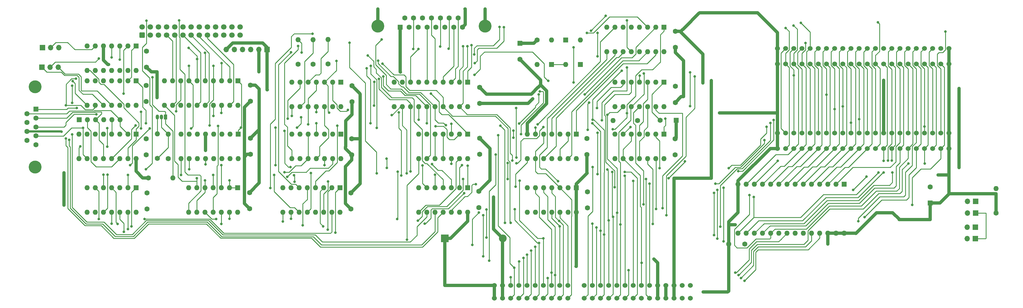
<source format=gbr>
%TF.GenerationSoftware,KiCad,Pcbnew,(6.0.11)*%
%TF.CreationDate,2023-09-06T20:25:09+01:00*%
%TF.ProjectId,001-Acorn_Electron_Plus1_V1_1_with_Joystick,3030312d-4163-46f7-926e-5f456c656374,rev?*%
%TF.SameCoordinates,Original*%
%TF.FileFunction,Copper,L1,Top*%
%TF.FilePolarity,Positive*%
%FSLAX46Y46*%
G04 Gerber Fmt 4.6, Leading zero omitted, Abs format (unit mm)*
G04 Created by KiCad (PCBNEW (6.0.11)) date 2023-09-06 20:25:09*
%MOMM*%
%LPD*%
G01*
G04 APERTURE LIST*
G04 Aperture macros list*
%AMRoundRect*
0 Rectangle with rounded corners*
0 $1 Rounding radius*
0 $2 $3 $4 $5 $6 $7 $8 $9 X,Y pos of 4 corners*
0 Add a 4 corners polygon primitive as box body*
4,1,4,$2,$3,$4,$5,$6,$7,$8,$9,$2,$3,0*
0 Add four circle primitives for the rounded corners*
1,1,$1+$1,$2,$3*
1,1,$1+$1,$4,$5*
1,1,$1+$1,$6,$7*
1,1,$1+$1,$8,$9*
0 Add four rect primitives between the rounded corners*
20,1,$1+$1,$2,$3,$4,$5,0*
20,1,$1+$1,$4,$5,$6,$7,0*
20,1,$1+$1,$6,$7,$8,$9,0*
20,1,$1+$1,$8,$9,$2,$3,0*%
G04 Aperture macros list end*
%TA.AperFunction,ComponentPad*%
%ADD10C,1.600000*%
%TD*%
%TA.AperFunction,ComponentPad*%
%ADD11O,1.600000X1.600000*%
%TD*%
%TA.AperFunction,ComponentPad*%
%ADD12R,1.600000X1.600000*%
%TD*%
%TA.AperFunction,ComponentPad*%
%ADD13C,1.524000*%
%TD*%
%TA.AperFunction,ComponentPad*%
%ADD14R,1.700000X1.700000*%
%TD*%
%TA.AperFunction,ComponentPad*%
%ADD15O,1.700000X1.700000*%
%TD*%
%TA.AperFunction,ComponentPad*%
%ADD16C,4.000000*%
%TD*%
%TA.AperFunction,ComponentPad*%
%ADD17R,1.050000X1.500000*%
%TD*%
%TA.AperFunction,ComponentPad*%
%ADD18O,1.050000X1.500000*%
%TD*%
%TA.AperFunction,ComponentPad*%
%ADD19RoundRect,0.250000X0.600000X-0.600000X0.600000X0.600000X-0.600000X0.600000X-0.600000X-0.600000X0*%
%TD*%
%TA.AperFunction,ComponentPad*%
%ADD20C,1.700000*%
%TD*%
%TA.AperFunction,ComponentPad*%
%ADD21R,2.400000X2.400000*%
%TD*%
%TA.AperFunction,ComponentPad*%
%ADD22O,2.400000X2.400000*%
%TD*%
%TA.AperFunction,ViaPad*%
%ADD23C,0.800000*%
%TD*%
%TA.AperFunction,Conductor*%
%ADD24C,0.250000*%
%TD*%
%TA.AperFunction,Conductor*%
%ADD25C,1.000000*%
%TD*%
%TA.AperFunction,Conductor*%
%ADD26C,0.700000*%
%TD*%
G04 APERTURE END LIST*
D10*
%TO.P,R3,1*%
%TO.N,VCC*%
X147028150Y-127712658D03*
D11*
%TO.P,R3,2*%
%TO.N,Net-(IC15-Pad9)*%
X147028150Y-120092658D03*
%TD*%
D12*
%TO.P,IC9,1*%
%TO.N,Net-(IC6-Pad15)*%
X228849000Y-149500000D03*
D11*
%TO.P,IC9,2*%
%TO.N,Net-(IC7-Pad12)*%
X226309000Y-149500000D03*
%TO.P,IC9,3*%
%TO.N,N/C*%
X223769000Y-149500000D03*
%TO.P,IC9,4*%
%TO.N,Net-(IC6-Pad10)*%
X221229000Y-149500000D03*
%TO.P,IC9,5*%
%TO.N,/A15*%
X218689000Y-149500000D03*
%TO.P,IC9,6*%
%TO.N,Net-(IC8-Pad11)*%
X216149000Y-149500000D03*
%TO.P,IC9,7*%
%TO.N,GND*%
X213609000Y-149500000D03*
%TO.P,IC9,8*%
%TO.N,Net-(IC7-Pad1)*%
X213609000Y-157120000D03*
%TO.P,IC9,9*%
%TO.N,/A15*%
X216149000Y-157120000D03*
%TO.P,IC9,10*%
%TO.N,Net-(IC6-Pad11)*%
X218689000Y-157120000D03*
%TO.P,IC9,11*%
%TO.N,N/C*%
X221229000Y-157120000D03*
%TO.P,IC9,12*%
%TO.N,Net-(IC7-Pad12)*%
X223769000Y-157120000D03*
%TO.P,IC9,13*%
%TO.N,Net-(IC6-Pad14)*%
X226309000Y-157120000D03*
%TO.P,IC9,14*%
%TO.N,VCC*%
X228849000Y-157120000D03*
%TD*%
D10*
%TO.P,C7,1*%
%TO.N,VCC*%
X198524324Y-172322327D03*
%TO.P,C7,2*%
%TO.N,GND*%
X198524324Y-167322327D03*
%TD*%
D12*
%TO.P,C4,1*%
%TO.N,VCC*%
X338943863Y-170930276D03*
D10*
%TO.P,C4,2*%
%TO.N,GND*%
X338943863Y-165930276D03*
%TD*%
D13*
%TO.P,SK2,A1,Pin_a1*%
%TO.N,VCC*%
X344784000Y-149138000D03*
%TO.P,SK2,A2,Pin_a2*%
%TO.N,/OE2*%
X342244000Y-149138000D03*
%TO.P,SK2,A3,Pin_a3*%
%TO.N,/RST*%
X339704000Y-149138000D03*
%TO.P,SK2,A4,Pin_a4*%
%TO.N,/R{slash}W*%
X337164000Y-149138000D03*
%TO.P,SK2,A5,Pin_a5*%
%TO.N,/A8*%
X334624000Y-149138000D03*
%TO.P,SK2,A6,Pin_a6*%
%TO.N,/A13*%
X332084000Y-149138000D03*
%TO.P,SK2,A7,Pin_a7*%
%TO.N,/A12*%
X329544000Y-149138000D03*
%TO.P,SK2,A8,Pin_a8*%
%TO.N,/PHI0*%
X327004000Y-149138000D03*
%TO.P,SK2,A9,Pin_a9*%
%TO.N,-5V*%
X324464000Y-149138000D03*
%TO.P,SK2,A10,Pin_a10*%
%TO.N,/NC*%
X321924000Y-149138000D03*
%TO.P,SK2,A11,Pin_a11*%
%TO.N,/NRDY*%
X319384000Y-149138000D03*
%TO.P,SK2,A12,Pin_a12*%
%TO.N,/NMI*%
X316844000Y-149138000D03*
%TO.P,SK2,A13,Pin_a13*%
%TO.N,/IRQ*%
X314304000Y-149138000D03*
%TO.P,SK2,A14,Pin_a14*%
%TO.N,/NPFC*%
X311764000Y-149138000D03*
%TO.P,SK2,A15,Pin_a15*%
%TO.N,/NPFD*%
X309224000Y-149138000D03*
%TO.P,SK2,A16,Pin_a16*%
%TO.N,/ROMQA*%
X306684000Y-149138000D03*
%TO.P,SK2,A17,Pin_a17*%
%TO.N,/16MHZ*%
X304144000Y-149138000D03*
%TO.P,SK2,A18,Pin_a18*%
%TO.N,/ROMSTB*%
X301604000Y-149138000D03*
%TO.P,SK2,A19,Pin_a19*%
%TO.N,/SND0*%
X299064000Y-149138000D03*
%TO.P,SK2,A20,Pin_a20*%
%TO.N,Net-(R4-Pad2)*%
X296524000Y-149138000D03*
%TO.P,SK2,A21,Pin_a21*%
%TO.N,/SOUNDIN*%
X293984000Y-149138000D03*
%TO.P,SK2,A22,Pin_a22*%
%TO.N,GND*%
X291444000Y-149138000D03*
%TO.P,SK2,B1,Pin_b1*%
%TO.N,VCC*%
X344784000Y-153989400D03*
%TO.P,SK2,B2,Pin_b2*%
%TO.N,/A10*%
X342244000Y-153989400D03*
%TO.P,SK2,B3,Pin_b3*%
%TO.N,/D3*%
X339704000Y-153989400D03*
%TO.P,SK2,B4,Pin_b4*%
%TO.N,/A11*%
X337164000Y-153989400D03*
%TO.P,SK2,B5,B5*%
%TO.N,/A9*%
X334624000Y-153989400D03*
%TO.P,SK2,B6,Pin_b6*%
%TO.N,/D7*%
X332084000Y-153989400D03*
%TO.P,SK2,B7,Pin_b7*%
%TO.N,/D6*%
X329544000Y-153989400D03*
%TO.P,SK2,B8,Pin_b8*%
%TO.N,/D5*%
X327004000Y-153989400D03*
%TO.P,SK2,B9,Pin_b9*%
%TO.N,/D4*%
X324464000Y-153989400D03*
%TO.P,SK2,B10,Pin_b10*%
%TO.N,/OE3*%
X321924000Y-153989400D03*
%TO.P,SK2,B11,Pin_b11*%
%TO.N,/A7*%
X319384000Y-153989400D03*
%TO.P,SK2,B12,Pin_b12*%
%TO.N,/A6*%
X316844000Y-153989400D03*
%TO.P,SK2,B13,Pin_b13*%
%TO.N,/A5*%
X314304000Y-153989400D03*
%TO.P,SK2,B14,Pin_b14*%
%TO.N,/A4*%
X311764000Y-153989400D03*
%TO.P,SK2,B15,Pin_b15*%
%TO.N,/A3*%
X309224000Y-153989400D03*
%TO.P,SK2,B16,Pin_b16*%
%TO.N,/A2*%
X306684000Y-153989400D03*
%TO.P,SK2,B17,Pin_b17*%
%TO.N,/A1*%
X304144000Y-153989400D03*
%TO.P,SK2,B18,Pin_b18*%
%TO.N,/A0*%
X301604000Y-153989400D03*
%TO.P,SK2,B19,Pin_b19*%
%TO.N,/D0*%
X299064000Y-153989400D03*
%TO.P,SK2,B20,Pin_b20*%
%TO.N,/D2*%
X296524000Y-153989400D03*
%TO.P,SK2,B21,Pin_b21*%
%TO.N,/D1*%
X293984000Y-153989400D03*
%TO.P,SK2,B22,B22*%
%TO.N,GND*%
X291444000Y-153989400D03*
%TD*%
D14*
%TO.P,LK3,1,Pin_1*%
%TO.N,/ROMOE*%
X353060000Y-170416594D03*
D15*
%TO.P,LK3,2,Pin_2*%
%TO.N,Net-(IC14-Pad23)*%
X350520000Y-170416594D03*
%TD*%
D14*
%TO.P,LK5,1,Pin_1*%
%TO.N,Net-(IC19-Pad10)*%
X62671871Y-128681409D03*
D15*
%TO.P,LK5,2,Pin_2*%
%TO.N,Net-(IC17-Pad4)*%
X65211871Y-128681409D03*
%TO.P,LK5,3,Pin_3*%
%TO.N,/A5*%
X67751871Y-128681409D03*
%TD*%
D10*
%TO.P,C10,1*%
%TO.N,VCC*%
X259650779Y-155934977D03*
%TO.P,C10,2*%
%TO.N,GND*%
X259650779Y-150934977D03*
%TD*%
%TO.P,R1,1*%
%TO.N,Net-(IC12-Pad12)*%
X101954254Y-157078714D03*
D11*
%TO.P,R1,2*%
%TO.N,Net-(Q1-Pad2)*%
X101954254Y-149458714D03*
%TD*%
D12*
%TO.P,IC13,1*%
%TO.N,/WR*%
X123570000Y-166210000D03*
D11*
%TO.P,IC13,2*%
X121030000Y-166210000D03*
%TO.P,IC13,3*%
%TO.N,Net-(IC13-Pad3)*%
X118490000Y-166210000D03*
%TO.P,IC13,4*%
%TO.N,/FC71*%
X115950000Y-166210000D03*
%TO.P,IC13,5*%
%TO.N,/WR*%
X113410000Y-166210000D03*
%TO.P,IC13,6*%
%TO.N,Net-(IC10-Pad13)*%
X110870000Y-166210000D03*
%TO.P,IC13,7*%
%TO.N,GND*%
X108330000Y-166210000D03*
%TO.P,IC13,8*%
%TO.N,/ROMSTB*%
X108330000Y-173830000D03*
%TO.P,IC13,9*%
%TO.N,/WR*%
X110870000Y-173830000D03*
%TO.P,IC13,10*%
%TO.N,/FC73*%
X113410000Y-173830000D03*
%TO.P,IC13,11*%
%TO.N,/STAT*%
X115950000Y-173830000D03*
%TO.P,IC13,12*%
%TO.N,Net-(IC13-Pad12)*%
X118490000Y-173830000D03*
%TO.P,IC13,13*%
%TO.N,/FC72*%
X121030000Y-173830000D03*
%TO.P,IC13,14*%
%TO.N,VCC*%
X123570000Y-173830000D03*
%TD*%
D12*
%TO.P,IC7,1*%
%TO.N,Net-(IC7-Pad1)*%
X91938100Y-166210000D03*
D11*
%TO.P,IC7,2*%
%TO.N,Net-(IC10-Pad10)*%
X89398100Y-166210000D03*
%TO.P,IC7,3*%
%TO.N,/R{slash}W*%
X86858100Y-166210000D03*
%TO.P,IC7,4*%
%TO.N,Net-(IC13-Pad12)*%
X84318100Y-166210000D03*
%TO.P,IC7,5*%
%TO.N,Net-(IC7-Pad5)*%
X81778100Y-166210000D03*
%TO.P,IC7,6*%
%TO.N,Net-(IC3-Pad15)*%
X79238100Y-166210000D03*
%TO.P,IC7,7*%
%TO.N,GND*%
X76698100Y-166210000D03*
%TO.P,IC7,8*%
%TO.N,N/C*%
X76698100Y-173830000D03*
%TO.P,IC7,9*%
X79238100Y-173830000D03*
%TO.P,IC7,10*%
%TO.N,/OE3*%
X81778100Y-173830000D03*
%TO.P,IC7,11*%
%TO.N,Net-(IC7-Pad11)*%
X84318100Y-173830000D03*
%TO.P,IC7,12*%
%TO.N,Net-(IC7-Pad12)*%
X86858100Y-173830000D03*
%TO.P,IC7,13*%
%TO.N,/A14*%
X89398100Y-173830000D03*
%TO.P,IC7,14*%
%TO.N,VCC*%
X91938100Y-173830000D03*
%TD*%
D10*
%TO.P,C23,1*%
%TO.N,VCC*%
X95208982Y-128658635D03*
%TO.P,C23,2*%
%TO.N,GND*%
X95208982Y-123658635D03*
%TD*%
%TO.P,R6,1*%
%TO.N,VCC*%
X151666856Y-127649639D03*
D11*
%TO.P,R6,2*%
%TO.N,Net-(IC15-Pad5)*%
X151666856Y-120029639D03*
%TD*%
D12*
%TO.P,C6,1*%
%TO.N,GND*%
X259923292Y-145153587D03*
D10*
%TO.P,C6,2*%
%TO.N,Net-(C6-Pad2)*%
X254923292Y-145153587D03*
%TD*%
D14*
%TO.P,LK4,1,Pin_1*%
%TO.N,/A11*%
X352992147Y-182042354D03*
D15*
%TO.P,LK4,2,Pin_2*%
%TO.N,Net-(IC14-Pad22)*%
X350452147Y-182042354D03*
%TD*%
D12*
%TO.P,IC6,1,~{Mr}*%
%TO.N,/RST*%
X256165000Y-116250000D03*
D11*
%TO.P,IC6,2,Q0*%
%TO.N,/ROMQA*%
X253625000Y-116250000D03*
%TO.P,IC6,3,~{Q0}*%
%TO.N,Net-(IC6-Pad3)*%
X251085000Y-116250000D03*
%TO.P,IC6,4,D0*%
%TO.N,/D0*%
X248545000Y-116250000D03*
%TO.P,IC6,5,D1*%
%TO.N,/D1*%
X246005000Y-116250000D03*
%TO.P,IC6,6,~{Q1}*%
%TO.N,Net-(IC10-Pad4)*%
X243465000Y-116250000D03*
%TO.P,IC6,7,Q1*%
%TO.N,Net-(IC10-Pad9)*%
X240925000Y-116250000D03*
%TO.P,IC6,8,GND*%
%TO.N,GND*%
X238385000Y-116250000D03*
%TO.P,IC6,9,Cp*%
%TO.N,Net-(IC5-Pad12)*%
X238385000Y-123870000D03*
%TO.P,IC6,10,Q2*%
%TO.N,Net-(IC6-Pad10)*%
X240925000Y-123870000D03*
%TO.P,IC6,11,~{Q2}*%
%TO.N,Net-(IC6-Pad11)*%
X243465000Y-123870000D03*
%TO.P,IC6,12,D2*%
%TO.N,/D2*%
X246005000Y-123870000D03*
%TO.P,IC6,13,D3*%
%TO.N,/D3*%
X248545000Y-123870000D03*
%TO.P,IC6,14,~{Q3}*%
%TO.N,Net-(IC6-Pad14)*%
X251085000Y-123870000D03*
%TO.P,IC6,15,Q3*%
%TO.N,Net-(IC6-Pad15)*%
X253625000Y-123870000D03*
%TO.P,IC6,16,VCC*%
%TO.N,VCC*%
X256165000Y-123870000D03*
%TD*%
D10*
%TO.P,R5,1*%
%TO.N,Net-(C5-Pad1)*%
X216689981Y-120196242D03*
D11*
%TO.P,R5,2*%
%TO.N,VCC*%
X216689981Y-127816242D03*
%TD*%
D12*
%TO.P,IC15,1*%
%TO.N,/STAT*%
X155650000Y-133360000D03*
D11*
%TO.P,IC15,2*%
%TO.N,Net-(IC11-Pad18)*%
X153110000Y-133360000D03*
%TO.P,IC15,3*%
%TO.N,/D6*%
X150570000Y-133360000D03*
%TO.P,IC15,4*%
%TO.N,/STAT*%
X148030000Y-133360000D03*
%TO.P,IC15,5*%
%TO.N,Net-(IC15-Pad5)*%
X145490000Y-133360000D03*
%TO.P,IC15,6*%
%TO.N,/D4*%
X142950000Y-133360000D03*
%TO.P,IC15,7*%
%TO.N,GND*%
X140410000Y-133360000D03*
%TO.P,IC15,8*%
%TO.N,/D5*%
X140410000Y-140980000D03*
%TO.P,IC15,9*%
%TO.N,Net-(IC15-Pad9)*%
X142950000Y-140980000D03*
%TO.P,IC15,10*%
%TO.N,/STAT*%
X145490000Y-140980000D03*
%TO.P,IC15,11*%
%TO.N,/D7*%
X148030000Y-140980000D03*
%TO.P,IC15,12*%
%TO.N,Net-(IC10-Pad11)*%
X150570000Y-140980000D03*
%TO.P,IC15,13*%
%TO.N,/STAT*%
X153110000Y-140980000D03*
%TO.P,IC15,14*%
%TO.N,VCC*%
X155650000Y-140980000D03*
%TD*%
D12*
%TO.P,IC2,1*%
%TO.N,Net-(IC2-Pad1)*%
X256165000Y-149500000D03*
D11*
%TO.P,IC2,2*%
%TO.N,/R{slash}W*%
X253625000Y-149500000D03*
%TO.P,IC2,3*%
%TO.N,/ROMOE*%
X251085000Y-149500000D03*
%TO.P,IC2,4*%
%TO.N,/R{slash}W*%
X248545000Y-149500000D03*
%TO.P,IC2,5*%
%TO.N,/PHI0*%
X246005000Y-149500000D03*
%TO.P,IC2,6*%
%TO.N,/RD*%
X243465000Y-149500000D03*
%TO.P,IC2,7*%
%TO.N,GND*%
X240925000Y-149500000D03*
%TO.P,IC2,8*%
%TO.N,/WR*%
X240925000Y-157120000D03*
%TO.P,IC2,9*%
%TO.N,/PHI0*%
X243465000Y-157120000D03*
%TO.P,IC2,10*%
%TO.N,Net-(IC13-Pad12)*%
X246005000Y-157120000D03*
%TO.P,IC2,11*%
%TO.N,Net-(IC2-Pad11)*%
X248545000Y-157120000D03*
%TO.P,IC2,12*%
%TO.N,/A2*%
X251085000Y-157120000D03*
%TO.P,IC2,13*%
%TO.N,/A0*%
X253625000Y-157120000D03*
%TO.P,IC2,14*%
%TO.N,VCC*%
X256165000Y-157120000D03*
%TD*%
D14*
%TO.P,LK1,1,Pin_1*%
%TO.N,/A11*%
X353060000Y-174012369D03*
D15*
%TO.P,LK1,2,Pin_2*%
%TO.N,Net-(IC14-Pad23)*%
X350520000Y-174012369D03*
%TD*%
D12*
%TO.P,IC11,1,RD*%
%TO.N,/RD*%
X195075537Y-133360000D03*
D11*
%TO.P,IC11,2,CS*%
%TO.N,/FC70*%
X192535537Y-133360000D03*
%TO.P,IC11,3,CH1*%
%TO.N,Net-(IC11-Pad3)*%
X189995537Y-133360000D03*
%TO.P,IC11,4,CH2*%
%TO.N,Net-(IC11-Pad4)*%
X187455537Y-133360000D03*
%TO.P,IC11,5,CH3*%
%TO.N,Net-(IC11-Pad5)*%
X184915537Y-133360000D03*
%TO.P,IC11,6,CH4*%
%TO.N,Net-(IC11-Pad6)*%
X182375537Y-133360000D03*
%TO.P,IC11,7,AGND*%
%TO.N,GND*%
X179835537Y-133360000D03*
%TO.P,IC11,8,VReF*%
%TO.N,Net-(C5-Pad1)*%
X177295537Y-133360000D03*
%TO.P,IC11,9,D7*%
%TO.N,/D7*%
X174755537Y-133360000D03*
%TO.P,IC11,10,GND*%
%TO.N,GND*%
X172215537Y-133360000D03*
%TO.P,IC11,11,D6*%
%TO.N,/D6*%
X172215537Y-140980000D03*
%TO.P,IC11,12,D5*%
%TO.N,/D5*%
X174755537Y-140980000D03*
%TO.P,IC11,13,D4/MA4*%
%TO.N,/D4*%
X177295537Y-140980000D03*
%TO.P,IC11,14,D3/MA3*%
%TO.N,/D3*%
X179835537Y-140980000D03*
%TO.P,IC11,15,D2/MA2*%
%TO.N,/D2*%
X182375537Y-140980000D03*
%TO.P,IC11,16,D1/MA1*%
%TO.N,/D1*%
X184915537Y-140980000D03*
%TO.P,IC11,17,D0/MA0*%
%TO.N,/D0*%
X187455537Y-140980000D03*
%TO.P,IC11,18,INTR*%
%TO.N,Net-(IC11-Pad18)*%
X189995537Y-140980000D03*
%TO.P,IC11,19,WR*%
%TO.N,/WR*%
X192535537Y-140980000D03*
%TO.P,IC11,20,VCC*%
%TO.N,VCC*%
X195075537Y-140980000D03*
%TD*%
D10*
%TO.P,C1,1*%
%TO.N,VCC*%
X95373014Y-172824680D03*
%TO.P,C1,2*%
%TO.N,GND*%
X95373014Y-167824680D03*
%TD*%
D12*
%TO.P,IC19,1*%
%TO.N,/NPFC*%
X91938100Y-132890000D03*
D11*
%TO.P,IC19,2*%
%TO.N,Net-(IC17-Pad1)*%
X89398100Y-132890000D03*
%TO.P,IC19,3*%
%TO.N,N/C*%
X86858100Y-132890000D03*
%TO.P,IC19,4*%
X84318100Y-132890000D03*
%TO.P,IC19,5*%
X81778100Y-132890000D03*
%TO.P,IC19,6*%
X79238100Y-132890000D03*
%TO.P,IC19,7*%
%TO.N,GND*%
X76698100Y-132890000D03*
%TO.P,IC19,8*%
%TO.N,Net-(IC19-Pad8)*%
X76698100Y-140510000D03*
%TO.P,IC19,9*%
%TO.N,/A4*%
X79238100Y-140510000D03*
%TO.P,IC19,10*%
%TO.N,Net-(IC19-Pad10)*%
X81778100Y-140510000D03*
%TO.P,IC19,11*%
%TO.N,/A5*%
X84318100Y-140510000D03*
%TO.P,IC19,12*%
%TO.N,N/C*%
X86858100Y-140510000D03*
%TO.P,IC19,13*%
X89398100Y-140510000D03*
%TO.P,IC19,14*%
%TO.N,VCC*%
X91938100Y-140510000D03*
%TD*%
D14*
%TO.P,LK2,1,Pin_1*%
%TO.N,/ROMOE*%
X352989952Y-178448715D03*
D15*
%TO.P,LK2,2,Pin_2*%
%TO.N,Net-(IC14-Pad22)*%
X350449952Y-178448715D03*
%TD*%
D10*
%TO.P,C21,1*%
%TO.N,VCC*%
X127264699Y-172695233D03*
%TO.P,C21,2*%
%TO.N,GND*%
X127264699Y-167695233D03*
%TD*%
D12*
%TO.P,IC14,1,VPP*%
%TO.N,VCC*%
X312205600Y-165095000D03*
D11*
%TO.P,IC14,2,A12*%
%TO.N,/A12*%
X309665600Y-165095000D03*
%TO.P,IC14,3,A7*%
%TO.N,/A7*%
X307125600Y-165095000D03*
%TO.P,IC14,4,A6*%
%TO.N,/A6*%
X304585600Y-165095000D03*
%TO.P,IC14,5,A5*%
%TO.N,/A5*%
X302045600Y-165095000D03*
%TO.P,IC14,6,A4*%
%TO.N,/A4*%
X299505600Y-165095000D03*
%TO.P,IC14,7,A3*%
%TO.N,/A3*%
X296965600Y-165095000D03*
%TO.P,IC14,8,A2*%
%TO.N,/A2*%
X294425600Y-165095000D03*
%TO.P,IC14,9,A1*%
%TO.N,/A1*%
X291885600Y-165095000D03*
%TO.P,IC14,10,A0*%
%TO.N,/A0*%
X289345600Y-165095000D03*
%TO.P,IC14,11,D0*%
%TO.N,/D0*%
X286805600Y-165095000D03*
%TO.P,IC14,12,D1*%
%TO.N,/D1*%
X284265600Y-165095000D03*
%TO.P,IC14,13,D2*%
%TO.N,/D2*%
X281725600Y-165095000D03*
%TO.P,IC14,14,GND*%
%TO.N,GND*%
X279185600Y-165095000D03*
%TO.P,IC14,15,D3*%
%TO.N,/D3*%
X279185600Y-180335000D03*
%TO.P,IC14,16,D4*%
%TO.N,/D4*%
X281725600Y-180335000D03*
%TO.P,IC14,17,D5*%
%TO.N,/D5*%
X284265600Y-180335000D03*
%TO.P,IC14,18,D6*%
%TO.N,/D6*%
X286805600Y-180335000D03*
%TO.P,IC14,19,D7*%
%TO.N,/D7*%
X289345600Y-180335000D03*
%TO.P,IC14,20,~{CE}*%
%TO.N,GND*%
X291885600Y-180335000D03*
%TO.P,IC14,21,A10*%
%TO.N,/A10*%
X294425600Y-180335000D03*
%TO.P,IC14,22,~{OE}*%
%TO.N,Net-(IC14-Pad22)*%
X296965600Y-180335000D03*
%TO.P,IC14,23,A11*%
%TO.N,Net-(IC14-Pad23)*%
X299505600Y-180335000D03*
%TO.P,IC14,24,A9*%
%TO.N,/A9*%
X302045600Y-180335000D03*
%TO.P,IC14,25,A8*%
%TO.N,/A8*%
X304585600Y-180335000D03*
%TO.P,IC14,26,NC*%
%TO.N,VCC*%
X307125600Y-180335000D03*
%TO.P,IC14,27,~{PGM}*%
X309665600Y-180335000D03*
%TO.P,IC14,28,VCC*%
X312205600Y-180335000D03*
%TD*%
D12*
%TO.P,IC18,1,OEa*%
%TO.N,Net-(IC17-Pad8)*%
X91938100Y-149505745D03*
D11*
%TO.P,IC18,2,I1*%
%TO.N,Net-(IC18-Pad2)*%
X89398100Y-149505745D03*
%TO.P,IC18,3,O1a*%
%TO.N,/D4*%
X86858100Y-149505745D03*
%TO.P,IC18,4,I2*%
%TO.N,Net-(IC18-Pad4)*%
X84318100Y-149505745D03*
%TO.P,IC18,5,O2a*%
%TO.N,/D2*%
X81778100Y-149505745D03*
%TO.P,IC18,6,I3*%
%TO.N,unconnected-(IC18-Pad6)*%
X79238100Y-149505745D03*
%TO.P,IC18,7,O3a*%
%TO.N,unconnected-(IC18-Pad7)*%
X76698100Y-149505745D03*
%TO.P,IC18,8,GND*%
%TO.N,GND*%
X74158100Y-149505745D03*
%TO.P,IC18,9,O4a*%
%TO.N,/D3*%
X74158100Y-157125745D03*
%TO.P,IC18,10,I4*%
%TO.N,Net-(IC18-Pad10)*%
X76698100Y-157125745D03*
%TO.P,IC18,11,O5b*%
%TO.N,/D1*%
X79238100Y-157125745D03*
%TO.P,IC18,12,I5*%
%TO.N,Net-(IC18-Pad12)*%
X81778100Y-157125745D03*
%TO.P,IC18,13,O6b*%
%TO.N,/D0*%
X84318100Y-157125745D03*
%TO.P,IC18,14,I6*%
%TO.N,Net-(IC18-Pad14)*%
X86858100Y-157125745D03*
%TO.P,IC18,15,OEb*%
%TO.N,Net-(IC17-Pad8)*%
X89398100Y-157125745D03*
%TO.P,IC18,16,VCC*%
%TO.N,VCC*%
X91938100Y-157125745D03*
%TD*%
D12*
%TO.P,IC10,1*%
%TO.N,N/C*%
X155650000Y-149500000D03*
D11*
%TO.P,IC10,2*%
X153110000Y-149500000D03*
%TO.P,IC10,3*%
X150570000Y-149500000D03*
%TO.P,IC10,4*%
%TO.N,Net-(IC10-Pad4)*%
X148030000Y-149500000D03*
%TO.P,IC10,5*%
%TO.N,Net-(IC10-Pad10)*%
X145490000Y-149500000D03*
%TO.P,IC10,6*%
%TO.N,/OE4*%
X142950000Y-149500000D03*
%TO.P,IC10,7*%
%TO.N,GND*%
X140410000Y-149500000D03*
%TO.P,IC10,8*%
%TO.N,/OE2*%
X140410000Y-157120000D03*
%TO.P,IC10,9*%
%TO.N,Net-(IC10-Pad9)*%
X142950000Y-157120000D03*
%TO.P,IC10,10*%
%TO.N,Net-(IC10-Pad10)*%
X145490000Y-157120000D03*
%TO.P,IC10,11*%
%TO.N,Net-(IC10-Pad11)*%
X148030000Y-157120000D03*
%TO.P,IC10,12*%
%TO.N,Net-(IC10-Pad12)*%
X150570000Y-157120000D03*
%TO.P,IC10,13*%
%TO.N,Net-(IC10-Pad13)*%
X153110000Y-157120000D03*
%TO.P,IC10,14*%
%TO.N,VCC*%
X155650000Y-157120000D03*
%TD*%
D12*
%TO.P,IC3,1,E*%
%TO.N,Net-(IC1-Pad8)*%
X155368900Y-166210000D03*
D11*
%TO.P,IC3,2,A0*%
%TO.N,/A8*%
X152828900Y-166210000D03*
%TO.P,IC3,3,A1*%
%TO.N,/A9*%
X150288900Y-166210000D03*
%TO.P,IC3,4,O0*%
%TO.N,/NPFC*%
X147748900Y-166210000D03*
%TO.P,IC3,5,O1*%
%TO.N,/NPFD*%
X145208900Y-166210000D03*
%TO.P,IC3,6,O2*%
%TO.N,/NPFE*%
X142668900Y-166210000D03*
%TO.P,IC3,7,O3*%
%TO.N,unconnected-(IC3-Pad7)*%
X140128900Y-166210000D03*
%TO.P,IC3,8*%
%TO.N,GND*%
X137588900Y-166210000D03*
%TO.P,IC3,9,O3*%
%TO.N,/FC73*%
X137588900Y-173830000D03*
%TO.P,IC3,10,O2*%
%TO.N,/FC72*%
X140128900Y-173830000D03*
%TO.P,IC3,11,O1*%
%TO.N,/FC71*%
X142668900Y-173830000D03*
%TO.P,IC3,12,O0*%
%TO.N,/FC70*%
X145208900Y-173830000D03*
%TO.P,IC3,13,A1*%
%TO.N,/A1*%
X147748900Y-173830000D03*
%TO.P,IC3,14,A0*%
%TO.N,/A0*%
X150288900Y-173830000D03*
%TO.P,IC3,15,E*%
%TO.N,Net-(IC3-Pad15)*%
X152828900Y-173830000D03*
%TO.P,IC3,16*%
%TO.N,VCC*%
X155368900Y-173830000D03*
%TD*%
D13*
%TO.P,PL1,1,Pin_1*%
%TO.N,/18VAC*%
X264374070Y-200556891D03*
%TO.P,PL1,2,Pin_2*%
X264374070Y-196556891D03*
%TO.P,PL1,3,Pin_3*%
%TO.N,/ACRET*%
X261834070Y-200556891D03*
%TO.P,PL1,4,Pin_4*%
X261834070Y-196556891D03*
%TO.P,PL1,5,Pin_5*%
%TO.N,-5V*%
X259294070Y-200556891D03*
%TO.P,PL1,6,Pin_6*%
X259294070Y-196556891D03*
%TO.P,PL1,7,Pin_7*%
%TO.N,GND*%
X256754070Y-200556891D03*
%TO.P,PL1,8,Pin_8*%
X256754070Y-196556891D03*
%TO.P,PL1,9,Pin_9*%
%TO.N,VCC*%
X254214070Y-200556891D03*
%TO.P,PL1,10,Pin_10*%
X254214070Y-196556891D03*
%TO.P,PL1,11,Pin_11*%
%TO.N,/SND0*%
X251674070Y-200556891D03*
%TO.P,PL1,12,Pin_12*%
%TO.N,/16MHZ*%
X251674070Y-196556891D03*
%TO.P,PL1,13,Pin_13*%
%TO.N,/CLK_D13*%
X249134070Y-200556891D03*
%TO.P,PL1,14,Pin_14*%
%TO.N,/PHI0*%
X249134070Y-196556891D03*
%TO.P,PL1,15,Pin_15*%
%TO.N,/RST*%
X246594070Y-200556891D03*
%TO.P,PL1,16,Pin_16*%
%TO.N,/NMI*%
X246594070Y-196556891D03*
%TO.P,PL1,17,Pin_17*%
%TO.N,/IRQ*%
X244054070Y-200556891D03*
%TO.P,PL1,18,Pin_18*%
%TO.N,/R{slash}W*%
X244054070Y-196556891D03*
%TO.P,PL1,19,Pin_19*%
%TO.N,/D7*%
X241514070Y-200556891D03*
%TO.P,PL1,20,Pin_20*%
%TO.N,/D6*%
X241514070Y-196556891D03*
%TO.P,PL1,21,Pin_21*%
%TO.N,/D5*%
X238974070Y-200556891D03*
%TO.P,PL1,22,Pin_22*%
%TO.N,/D4*%
X238974070Y-196556891D03*
%TO.P,PL1,23,Pin_23*%
%TO.N,/D3*%
X236434070Y-200556891D03*
%TO.P,PL1,24,Pin_24*%
%TO.N,/D2*%
X236434070Y-196556891D03*
%TO.P,PL1,25,Pin_25*%
%TO.N,/D1*%
X233894070Y-200556891D03*
%TO.P,PL1,26,Pin_26*%
%TO.N,/D0*%
X233894070Y-196556891D03*
%TO.P,PL1,27,Pin_27*%
%TO.N,/NRDY*%
X231354070Y-200556891D03*
%TO.P,PL1,28,Pin_28*%
%TO.N,/NC1*%
X231354070Y-196556891D03*
%TO.P,PL1,31,Pin_31*%
%TO.N,/A15*%
X226274070Y-200556891D03*
%TO.P,PL1,32,Pin_32*%
%TO.N,/A14*%
X226274070Y-196556891D03*
%TO.P,PL1,33,Pin_33*%
%TO.N,/A13*%
X223734070Y-200556891D03*
%TO.P,PL1,34,Pin_34*%
%TO.N,/A12*%
X223734070Y-196556891D03*
%TO.P,PL1,35,Pin_35*%
%TO.N,/A11*%
X221194070Y-200556891D03*
%TO.P,PL1,36,Pin_36*%
%TO.N,/A10*%
X221194070Y-196556891D03*
%TO.P,PL1,37,Pin_37*%
%TO.N,/A9*%
X218654070Y-200556891D03*
%TO.P,PL1,38,Pin_38*%
%TO.N,/A0*%
X218654070Y-196556891D03*
%TO.P,PL1,39,Pin_39*%
%TO.N,/A1*%
X216114070Y-200556891D03*
%TO.P,PL1,40,Pin_40*%
%TO.N,/A2*%
X216114070Y-196556891D03*
%TO.P,PL1,41,Pin_41*%
%TO.N,/A3*%
X213574070Y-200556891D03*
%TO.P,PL1,42,Pin_42*%
%TO.N,/A4*%
X213574070Y-196556891D03*
%TO.P,PL1,43,Pin_43*%
%TO.N,/A5*%
X211034070Y-200556891D03*
%TO.P,PL1,44,Pin_44*%
%TO.N,/A6*%
X211034070Y-196556891D03*
%TO.P,PL1,45,Pin_45*%
%TO.N,/A7*%
X208494070Y-200556891D03*
%TO.P,PL1,46,Pin_46*%
%TO.N,/A8*%
X208494070Y-196556891D03*
%TO.P,PL1,47,Pin_47*%
%TO.N,GND*%
X205954070Y-200556891D03*
%TO.P,PL1,48,Pin_48*%
X205954070Y-196556891D03*
%TO.P,PL1,49,Pin_49*%
%TO.N,VCC*%
X203414070Y-200556891D03*
%TO.P,PL1,50,Pin_50*%
X203414070Y-196556891D03*
%TD*%
D10*
%TO.P,C8,1*%
%TO.N,VCC*%
X232314072Y-172452667D03*
%TO.P,C8,2*%
%TO.N,GND*%
X232314072Y-167452667D03*
%TD*%
%TO.P,C22,1*%
%TO.N,VCC*%
X95113970Y-155917560D03*
%TO.P,C22,2*%
%TO.N,GND*%
X95113970Y-150917560D03*
%TD*%
D14*
%TO.P,LK7,1,Pin_1*%
%TO.N,GND*%
X132702003Y-123129532D03*
D15*
%TO.P,LK7,2,Pin_2*%
%TO.N,VCC*%
X130162003Y-123129532D03*
%TO.P,LK7,3,Pin_3*%
%TO.N,Net-(IC5-Pad4)*%
X127622003Y-123129532D03*
%TO.P,LK7,4,Pin_4*%
%TO.N,Net-(IC16-Pad5)*%
X125082003Y-123129532D03*
%TO.P,LK7,5,Pin_5*%
%TO.N,Net-(IC16-Pad6)*%
X122542003Y-123129532D03*
%TO.P,LK7,6,Pin_6*%
%TO.N,GND*%
X120002003Y-123129532D03*
%TD*%
D10*
%TO.P,C2,1*%
%TO.N,VCC*%
X259730107Y-122531758D03*
%TO.P,C2,2*%
%TO.N,GND*%
X259730107Y-117531758D03*
%TD*%
%TO.P,C14,1*%
%TO.N,VCC*%
X281254252Y-183710447D03*
%TO.P,C14,2*%
%TO.N,GND*%
X276254252Y-183710447D03*
%TD*%
%TO.P,C17,1*%
%TO.N,VCC*%
X232218715Y-155856421D03*
%TO.P,C17,2*%
%TO.N,GND*%
X232218715Y-150856421D03*
%TD*%
D12*
%TO.P,D1,1,K*%
%TO.N,Net-(D1-Pad1)*%
X221209600Y-127816242D03*
D11*
%TO.P,D1,2,A*%
%TO.N,Net-(C5-Pad1)*%
X221209600Y-120196242D03*
%TD*%
D12*
%TO.P,D2,1,K*%
%TO.N,Net-(D2-Pad1)*%
X225568115Y-120196242D03*
D11*
%TO.P,D2,2,A*%
%TO.N,Net-(D1-Pad1)*%
X225568115Y-127816242D03*
%TD*%
D16*
%TO.P,SK6,0*%
%TO.N,N/C*%
X60552586Y-159766879D03*
X60552586Y-134766879D03*
D12*
%TO.P,SK6,1,1*%
%TO.N,Net-(IC18-Pad14)*%
X60852586Y-141726879D03*
D10*
%TO.P,SK6,2,2*%
%TO.N,Net-(IC18-Pad12)*%
X60852586Y-144496879D03*
%TO.P,SK6,3,3*%
%TO.N,Net-(IC18-Pad4)*%
X60852586Y-147266879D03*
%TO.P,SK6,4,4*%
%TO.N,Net-(IC18-Pad10)*%
X60852586Y-150036879D03*
%TO.P,SK6,5,5*%
%TO.N,unconnected-(SK6-Pad5)*%
X60852586Y-152806879D03*
%TO.P,SK6,6,6*%
%TO.N,Net-(IC18-Pad2)*%
X58012586Y-143111879D03*
%TO.P,SK6,7,7*%
%TO.N,GND*%
X58012586Y-145881879D03*
%TO.P,SK6,8,8*%
%TO.N,VCC*%
X58012586Y-148651879D03*
%TO.P,SK6,9,9*%
%TO.N,unconnected-(SK6-Pad9)*%
X58012586Y-151421879D03*
%TD*%
D13*
%TO.P,SK1,A1,Pin_a1*%
%TO.N,VCC*%
X344784000Y-122789300D03*
%TO.P,SK1,A2,Pin_a2*%
%TO.N,/OE4*%
X342244000Y-122789300D03*
%TO.P,SK1,A3,Pin_a3*%
%TO.N,/RST*%
X339704000Y-122789300D03*
%TO.P,SK1,A4,Pin_a4*%
%TO.N,/R{slash}W*%
X337164000Y-122789300D03*
%TO.P,SK1,A5,Pin_a5*%
%TO.N,/A8*%
X334624000Y-122789300D03*
%TO.P,SK1,A6,Pin_a6*%
%TO.N,/A13*%
X332084000Y-122789300D03*
%TO.P,SK1,A7,Pin_a7*%
%TO.N,/A12*%
X329544000Y-122789300D03*
%TO.P,SK1,A8,Pin_a8*%
%TO.N,/PHI0*%
X327004000Y-122789300D03*
%TO.P,SK1,A9,Pin_a9*%
%TO.N,-5V*%
X324464000Y-122789300D03*
%TO.P,SK1,A10,Pin_a10*%
%TO.N,/NC*%
X321924000Y-122789300D03*
%TO.P,SK1,A11,Pin_a11*%
%TO.N,/NRDY*%
X319384000Y-122789300D03*
%TO.P,SK1,A12,Pin_a12*%
%TO.N,/NMI*%
X316844000Y-122789300D03*
%TO.P,SK1,A13,Pin_a13*%
%TO.N,/IRQ*%
X314304000Y-122789300D03*
%TO.P,SK1,A14,Pin_a14*%
%TO.N,/NPFC*%
X311764000Y-122789300D03*
%TO.P,SK1,A15,Pin_a15*%
%TO.N,/NPFD*%
X309224000Y-122789300D03*
%TO.P,SK1,A16,Pin_a16*%
%TO.N,/ROMQA*%
X306684000Y-122789300D03*
%TO.P,SK1,A17,Pin_a17*%
%TO.N,/16MHZ*%
X304144000Y-122789300D03*
%TO.P,SK1,A18,Pin_a18*%
%TO.N,/ROMSTB*%
X301604000Y-122789300D03*
%TO.P,SK1,A19,Pin_a19*%
%TO.N,/SND0*%
X299064000Y-122789300D03*
%TO.P,SK1,A20,Pin_a20*%
%TO.N,Net-(R4-Pad2)*%
X296524000Y-122789300D03*
%TO.P,SK1,A21,Pin_a21*%
%TO.N,/SOUNDIN*%
X293984000Y-122789300D03*
%TO.P,SK1,A22,Pin_a22*%
%TO.N,GND*%
X291444000Y-122789300D03*
%TO.P,SK1,B1,Pin_b1*%
%TO.N,VCC*%
X344784000Y-127640700D03*
%TO.P,SK1,B2,Pin_b2*%
%TO.N,/A10*%
X342244000Y-127640700D03*
%TO.P,SK1,B3,Pin_b3*%
%TO.N,/D3*%
X339704000Y-127640700D03*
%TO.P,SK1,B4,Pin_b4*%
%TO.N,/A11*%
X337164000Y-127640700D03*
%TO.P,SK1,B5,B5*%
%TO.N,/A9*%
X334624000Y-127640700D03*
%TO.P,SK1,B6,Pin_b6*%
%TO.N,/D7*%
X332084000Y-127640700D03*
%TO.P,SK1,B7,Pin_b7*%
%TO.N,/D6*%
X329544000Y-127640700D03*
%TO.P,SK1,B8,Pin_b8*%
%TO.N,/D5*%
X327004000Y-127640700D03*
%TO.P,SK1,B9,Pin_b9*%
%TO.N,/D4*%
X324464000Y-127640700D03*
%TO.P,SK1,B10,Pin_b10*%
%TO.N,/OE3*%
X321924000Y-127640700D03*
%TO.P,SK1,B11,Pin_b11*%
%TO.N,/A7*%
X319384000Y-127640700D03*
%TO.P,SK1,B12,Pin_b12*%
%TO.N,/A6*%
X316844000Y-127640700D03*
%TO.P,SK1,B13,Pin_b13*%
%TO.N,/A5*%
X314304000Y-127640700D03*
%TO.P,SK1,B14,Pin_b14*%
%TO.N,/A4*%
X311764000Y-127640700D03*
%TO.P,SK1,B15,Pin_b15*%
%TO.N,/A3*%
X309224000Y-127640700D03*
%TO.P,SK1,B16,Pin_b16*%
%TO.N,/A2*%
X306684000Y-127640700D03*
%TO.P,SK1,B17,Pin_b17*%
%TO.N,/A1*%
X304144000Y-127640700D03*
%TO.P,SK1,B18,Pin_b18*%
%TO.N,/A0*%
X301604000Y-127640700D03*
%TO.P,SK1,B19,Pin_b19*%
%TO.N,/D0*%
X299064000Y-127640700D03*
%TO.P,SK1,B20,Pin_b20*%
%TO.N,/D2*%
X296524000Y-127640700D03*
%TO.P,SK1,B21,Pin_b21*%
%TO.N,/D1*%
X293984000Y-127640700D03*
%TO.P,SK1,B22,B22*%
%TO.N,GND*%
X291444000Y-127640700D03*
%TD*%
D17*
%TO.P,Q1,1,C*%
%TO.N,Net-(J1-Pad1)*%
X101102342Y-144171831D03*
D18*
%TO.P,Q1,2,B*%
%TO.N,Net-(Q1-Pad2)*%
X99832342Y-144171831D03*
%TO.P,Q1,3,E*%
%TO.N,GND*%
X98562342Y-144171831D03*
%TD*%
D12*
%TO.P,IC5,1*%
%TO.N,/PHI0*%
X195075537Y-166210000D03*
D11*
%TO.P,IC5,2*%
%TO.N,Net-(IC4-Pad6)*%
X192535537Y-166210000D03*
%TO.P,IC5,3*%
%TO.N,Net-(IC10-Pad11)*%
X189995537Y-166210000D03*
%TO.P,IC5,4*%
%TO.N,Net-(IC5-Pad4)*%
X187455537Y-166210000D03*
%TO.P,IC5,5*%
%TO.N,/RST*%
X184915537Y-166210000D03*
%TO.P,IC5,6*%
%TO.N,Net-(IC10-Pad12)*%
X182375537Y-166210000D03*
%TO.P,IC5,7*%
%TO.N,GND*%
X179835537Y-166210000D03*
%TO.P,IC5,8*%
%TO.N,Net-(IC5-Pad8)*%
X179835537Y-173830000D03*
%TO.P,IC5,9*%
%TO.N,/A6*%
X182375537Y-173830000D03*
%TO.P,IC5,10*%
%TO.N,/A5*%
X184915537Y-173830000D03*
%TO.P,IC5,11*%
%TO.N,/A4*%
X187455537Y-173830000D03*
%TO.P,IC5,12*%
%TO.N,Net-(IC5-Pad12)*%
X189995537Y-173830000D03*
%TO.P,IC5,13*%
%TO.N,Net-(IC4-Pad5)*%
X192535537Y-173830000D03*
%TO.P,IC5,14*%
%TO.N,VCC*%
X195075537Y-173830000D03*
%TD*%
D10*
%TO.P,C24,1*%
%TO.N,VCC*%
X95105358Y-139372066D03*
%TO.P,C24,2*%
%TO.N,GND*%
X95105358Y-134372066D03*
%TD*%
%TO.P,C13,1*%
%TO.N,VCC*%
X198785989Y-155767660D03*
%TO.P,C13,2*%
%TO.N,GND*%
X198785989Y-150767660D03*
%TD*%
%TO.P,R9,1*%
%TO.N,Net-(C6-Pad2)*%
X247944599Y-145239187D03*
D11*
%TO.P,R9,2*%
%TO.N,Net-(IC13-Pad3)*%
X240324599Y-145239187D03*
%TD*%
D12*
%TO.P,IC4,1*%
%TO.N,Net-(C6-Pad2)*%
X256165000Y-133360000D03*
D11*
%TO.P,IC4,2*%
%TO.N,/A3*%
X253625000Y-133360000D03*
%TO.P,IC4,3*%
%TO.N,/R{slash}W*%
X251085000Y-133360000D03*
%TO.P,IC4,4*%
%TO.N,/NPFE*%
X248545000Y-133360000D03*
%TO.P,IC4,5*%
%TO.N,Net-(IC4-Pad5)*%
X246005000Y-133360000D03*
%TO.P,IC4,6*%
%TO.N,Net-(IC4-Pad6)*%
X243465000Y-133360000D03*
%TO.P,IC4,7*%
%TO.N,GND*%
X240925000Y-133360000D03*
%TO.P,IC4,8*%
%TO.N,/D5*%
X240925000Y-140980000D03*
%TO.P,IC4,9*%
%TO.N,/D6*%
X243465000Y-140980000D03*
%TO.P,IC4,10*%
%TO.N,/D7*%
X246005000Y-140980000D03*
%TO.P,IC4,11*%
%TO.N,/D4*%
X248545000Y-140980000D03*
%TO.P,IC4,12*%
%TO.N,Net-(IC2-Pad11)*%
X251085000Y-140980000D03*
%TO.P,IC4,13*%
%TO.N,/A1*%
X253625000Y-140980000D03*
%TO.P,IC4,14*%
%TO.N,VCC*%
X256165000Y-140980000D03*
%TD*%
D10*
%TO.P,C9,1*%
%TO.N,VCC*%
X259700057Y-139636628D03*
%TO.P,C9,2*%
%TO.N,GND*%
X259700057Y-134636628D03*
%TD*%
%TO.P,R4,1*%
%TO.N,VCC*%
X359467800Y-174039801D03*
D11*
%TO.P,R4,2*%
%TO.N,Net-(R4-Pad2)*%
X359467800Y-166419801D03*
%TD*%
D10*
%TO.P,C11,1*%
%TO.N,VCC*%
X198839538Y-139960351D03*
%TO.P,C11,2*%
%TO.N,GND*%
X198839538Y-134960351D03*
%TD*%
D12*
%TO.P,D3,1,K*%
%TO.N,GND*%
X230113424Y-127816242D03*
D11*
%TO.P,D3,2,A*%
%TO.N,Net-(D2-Pad1)*%
X230113424Y-120196242D03*
%TD*%
D12*
%TO.P,IC17,1*%
%TO.N,Net-(IC17-Pad1)*%
X91978140Y-122045909D03*
D11*
%TO.P,IC17,2*%
%TO.N,/A7*%
X89438140Y-122045909D03*
%TO.P,IC17,3*%
%TO.N,/A6*%
X86898140Y-122045909D03*
%TO.P,IC17,4*%
%TO.N,Net-(IC17-Pad4)*%
X84358140Y-122045909D03*
%TO.P,IC17,5*%
%TO.N,VCC*%
X81818140Y-122045909D03*
%TO.P,IC17,6*%
%TO.N,Net-(IC17-Pad6)*%
X79278140Y-122045909D03*
%TO.P,IC17,7,GND*%
%TO.N,GND*%
X76738140Y-122045909D03*
%TO.P,IC17,8*%
%TO.N,Net-(IC17-Pad8)*%
X76738140Y-129665909D03*
%TO.P,IC17,9*%
%TO.N,N/C*%
X79278140Y-129665909D03*
%TO.P,IC17,10*%
X81818140Y-129665909D03*
%TO.P,IC17,11*%
%TO.N,VCC*%
X84358140Y-129665909D03*
%TO.P,IC17,12*%
X86898140Y-129665909D03*
%TO.P,IC17,13*%
X89438140Y-129665909D03*
%TO.P,IC17,14,VCC*%
X91978140Y-129665909D03*
%TD*%
D14*
%TO.P,LK6,1,Pin_1*%
%TO.N,Net-(IC19-Pad8)*%
X62861369Y-122543399D03*
D15*
%TO.P,LK6,2,Pin_2*%
%TO.N,Net-(IC17-Pad6)*%
X65401369Y-122543399D03*
%TO.P,LK6,3,Pin_3*%
%TO.N,/A4*%
X67941369Y-122543399D03*
%TD*%
D12*
%TO.P,IC1,1*%
%TO.N,VCC*%
X228849000Y-166210000D03*
D11*
%TO.P,IC1,2*%
X226309000Y-166210000D03*
%TO.P,IC1,3*%
%TO.N,/A15*%
X223769000Y-166210000D03*
%TO.P,IC1,4*%
%TO.N,/A13*%
X221229000Y-166210000D03*
%TO.P,IC1,5*%
%TO.N,/A11*%
X218689000Y-166210000D03*
%TO.P,IC1,6*%
%TO.N,/A10*%
X216149000Y-166210000D03*
%TO.P,IC1,7*%
%TO.N,GND*%
X213609000Y-166210000D03*
%TO.P,IC1,8*%
%TO.N,Net-(IC1-Pad8)*%
X213609000Y-173830000D03*
%TO.P,IC1,9*%
%TO.N,N/C*%
X216149000Y-173830000D03*
%TO.P,IC1,10*%
X218689000Y-173830000D03*
%TO.P,IC1,11*%
%TO.N,/A12*%
X221229000Y-173830000D03*
%TO.P,IC1,12*%
%TO.N,/A14*%
X223769000Y-173830000D03*
%TO.P,IC1,13*%
%TO.N,N/C*%
X226309000Y-173830000D03*
%TO.P,IC1,14*%
%TO.N,VCC*%
X228849000Y-173830000D03*
%TD*%
D10*
%TO.P,C19,1*%
%TO.N,VCC*%
X159061467Y-155961376D03*
%TO.P,C19,2*%
%TO.N,GND*%
X159061467Y-150961376D03*
%TD*%
%TO.P,R7,1*%
%TO.N,VCC*%
X95796182Y-163092013D03*
D11*
%TO.P,R7,2*%
%TO.N,Net-(J1-Pad1)*%
X103416182Y-163092013D03*
%TD*%
D10*
%TO.P,C20,1*%
%TO.N,VCC*%
X159092889Y-139433394D03*
%TO.P,C20,2*%
%TO.N,GND*%
X159092889Y-134433394D03*
%TD*%
D12*
%TO.P,IC16,1,~{Mr}*%
%TO.N,/RST*%
X123600000Y-132890000D03*
D11*
%TO.P,IC16,2,Q0*%
%TO.N,Net-(IC16-Pad2)*%
X121060000Y-132890000D03*
%TO.P,IC16,3,D0*%
%TO.N,/D6*%
X118520000Y-132890000D03*
%TO.P,IC16,4,D1*%
%TO.N,/D0*%
X115980000Y-132890000D03*
%TO.P,IC16,5,Q1*%
%TO.N,Net-(IC16-Pad5)*%
X113440000Y-132890000D03*
%TO.P,IC16,6,Q2*%
%TO.N,Net-(IC16-Pad6)*%
X110900000Y-132890000D03*
%TO.P,IC16,7,D2*%
%TO.N,/D1*%
X108360000Y-132890000D03*
%TO.P,IC16,8,D3*%
%TO.N,/D2*%
X105820000Y-132890000D03*
%TO.P,IC16,9,Q3*%
%TO.N,Net-(IC16-Pad9)*%
X103280000Y-132890000D03*
%TO.P,IC16,10,GND*%
%TO.N,GND*%
X100740000Y-132890000D03*
%TO.P,IC16,11,Cp*%
%TO.N,Net-(IC10-Pad13)*%
X100740000Y-140510000D03*
%TO.P,IC16,12,Q4*%
%TO.N,Net-(IC16-Pad12)*%
X103280000Y-140510000D03*
%TO.P,IC16,13,D4*%
%TO.N,/D3*%
X105820000Y-140510000D03*
%TO.P,IC16,14,D5*%
%TO.N,/D4*%
X108360000Y-140510000D03*
%TO.P,IC16,15,Q5*%
%TO.N,Net-(IC16-Pad15)*%
X110900000Y-140510000D03*
%TO.P,IC16,16,Q6*%
%TO.N,Net-(IC16-Pad16)*%
X113440000Y-140510000D03*
%TO.P,IC16,17,D6*%
%TO.N,/D5*%
X115980000Y-140510000D03*
%TO.P,IC16,18,D7*%
%TO.N,/D7*%
X118520000Y-140510000D03*
%TO.P,IC16,19,Q7*%
%TO.N,Net-(IC16-Pad19)*%
X121060000Y-140510000D03*
%TO.P,IC16,20,VCC*%
%TO.N,VCC*%
X123600000Y-140510000D03*
%TD*%
D12*
%TO.P,IC12,1,~{MR}*%
%TO.N,/RST*%
X123680000Y-149500000D03*
D11*
%TO.P,IC12,2,J*%
%TO.N,GND*%
X121140000Y-149500000D03*
%TO.P,IC12,3,~{K}*%
X118600000Y-149500000D03*
%TO.P,IC12,4,P0*%
X116060000Y-149500000D03*
%TO.P,IC12,5,P1*%
%TO.N,VCC*%
X113520000Y-149500000D03*
%TO.P,IC12,6,P2*%
X110980000Y-149500000D03*
%TO.P,IC12,7,P3*%
%TO.N,GND*%
X108440000Y-149500000D03*
%TO.P,IC12,8,GND*%
X105900000Y-149500000D03*
%TO.P,IC12,9,~{PE}*%
%TO.N,/FC71*%
X105900000Y-157120000D03*
%TO.P,IC12,10,CP*%
%TO.N,/PHI0*%
X108440000Y-157120000D03*
%TO.P,IC12,11,~{Q3}*%
%TO.N,unconnected-(IC12-Pad11)*%
X110980000Y-157120000D03*
%TO.P,IC12,12,Q3*%
%TO.N,Net-(IC12-Pad12)*%
X113520000Y-157120000D03*
%TO.P,IC12,13,Q2*%
%TO.N,unconnected-(IC12-Pad13)*%
X116060000Y-157120000D03*
%TO.P,IC12,14,Q1*%
%TO.N,unconnected-(IC12-Pad14)*%
X118600000Y-157120000D03*
%TO.P,IC12,15,Q0*%
%TO.N,unconnected-(IC12-Pad15)*%
X121140000Y-157120000D03*
%TO.P,IC12,16,VCC*%
%TO.N,VCC*%
X123680000Y-157120000D03*
%TD*%
D10*
%TO.P,R2,1*%
%TO.N,VCC*%
X142336092Y-127729458D03*
D11*
%TO.P,R2,2*%
%TO.N,Net-(IC5-Pad4)*%
X142336092Y-120109458D03*
%TD*%
D10*
%TO.P,C16,1*%
%TO.N,VCC*%
X127500000Y-139274238D03*
%TO.P,C16,2*%
%TO.N,GND*%
X127500000Y-134274238D03*
%TD*%
D12*
%TO.P,IC8,1*%
%TO.N,/A7*%
X195075537Y-149500000D03*
D11*
%TO.P,IC8,2*%
%TO.N,/NPFC*%
X192535537Y-149500000D03*
%TO.P,IC8,3*%
%TO.N,/ROMQA*%
X189995537Y-149500000D03*
%TO.P,IC8,4*%
%TO.N,Net-(IC8-Pad11)*%
X187455537Y-149500000D03*
%TO.P,IC8,5*%
%TO.N,Net-(IC10-Pad9)*%
X184915537Y-149500000D03*
%TO.P,IC8,6*%
%TO.N,Net-(IC2-Pad1)*%
X182375537Y-149500000D03*
%TO.P,IC8,7*%
%TO.N,GND*%
X179835537Y-149500000D03*
%TO.P,IC8,8*%
%TO.N,Net-(IC7-Pad11)*%
X179835537Y-157120000D03*
%TO.P,IC8,9*%
%TO.N,Net-(IC6-Pad3)*%
X182375537Y-157120000D03*
%TO.P,IC8,10*%
%TO.N,Net-(IC10-Pad9)*%
X184915537Y-157120000D03*
%TO.P,IC8,11*%
%TO.N,Net-(IC8-Pad11)*%
X187455537Y-157120000D03*
%TO.P,IC8,12*%
%TO.N,Net-(IC7-Pad5)*%
X189995537Y-157120000D03*
%TO.P,IC8,13*%
%TO.N,Net-(IC5-Pad8)*%
X192535537Y-157120000D03*
%TO.P,IC8,14*%
%TO.N,VCC*%
X195075537Y-157120000D03*
%TD*%
D12*
%TO.P,RN1,1,common*%
%TO.N,GND*%
X74263046Y-145014981D03*
D11*
%TO.P,RN1,2,R1*%
%TO.N,Net-(IC18-Pad14)*%
X76803046Y-145014981D03*
%TO.P,RN1,3,R2*%
%TO.N,Net-(IC18-Pad12)*%
X79343046Y-145014981D03*
%TO.P,RN1,4,R3*%
%TO.N,Net-(IC18-Pad10)*%
X81883046Y-145014981D03*
%TO.P,RN1,5,R4*%
%TO.N,Net-(IC18-Pad4)*%
X84423046Y-145014981D03*
%TO.P,RN1,6,R5*%
%TO.N,Net-(IC18-Pad2)*%
X86963046Y-145014981D03*
%TD*%
D16*
%TO.P,SK4,0*%
%TO.N,N/C*%
X167173708Y-115900000D03*
X200473708Y-115900000D03*
D12*
%TO.P,SK4,1,1*%
%TO.N,VCC*%
X174128708Y-116200000D03*
D10*
%TO.P,SK4,2,2*%
%TO.N,GND*%
X176898708Y-116200000D03*
%TO.P,SK4,3,3*%
X179668708Y-116200000D03*
%TO.P,SK4,4,4*%
%TO.N,Net-(IC11-Pad6)*%
X182438708Y-116200000D03*
%TO.P,SK4,5,5*%
%TO.N,GND*%
X185208708Y-116200000D03*
%TO.P,SK4,6,6*%
X187978708Y-116200000D03*
%TO.P,SK4,7,7*%
%TO.N,Net-(IC11-Pad4)*%
X190748708Y-116200000D03*
%TO.P,SK4,8,8*%
%TO.N,GND*%
X193518708Y-116200000D03*
%TO.P,SK4,9,P9*%
%TO.N,unconnected-(SK4-Pad9)*%
X175513708Y-113360000D03*
%TO.P,SK4,10,P10*%
%TO.N,Net-(IC15-Pad9)*%
X178283708Y-113360000D03*
%TO.P,SK4,11,P111*%
%TO.N,Net-(C5-Pad1)*%
X181053708Y-113360000D03*
%TO.P,SK4,12,P12*%
%TO.N,Net-(IC11-Pad5)*%
X183823708Y-113360000D03*
%TO.P,SK4,13,P13*%
%TO.N,Net-(IC15-Pad5)*%
X186593708Y-113360000D03*
%TO.P,SK4,14,P14*%
%TO.N,Net-(C5-Pad1)*%
X189363708Y-113360000D03*
%TO.P,SK4,15,P15*%
%TO.N,Net-(IC11-Pad3)*%
X192133708Y-113360000D03*
%TD*%
D19*
%TO.P,J1,1,Pin_1*%
%TO.N,Net-(J1-Pad1)*%
X93840000Y-118705800D03*
D20*
%TO.P,J1,2,Pin_2*%
%TO.N,GND*%
X93840000Y-116165800D03*
%TO.P,J1,3,Pin_3*%
%TO.N,Net-(IC16-Pad5)*%
X96380000Y-118705800D03*
%TO.P,J1,4,Pin_4*%
%TO.N,GND*%
X96380000Y-116165800D03*
%TO.P,J1,5,Pin_5*%
%TO.N,Net-(IC16-Pad6)*%
X98920000Y-118705800D03*
%TO.P,J1,6,Pin_6*%
%TO.N,GND*%
X98920000Y-116165800D03*
%TO.P,J1,7,Pin_7*%
%TO.N,Net-(IC16-Pad9)*%
X101460000Y-118705800D03*
%TO.P,J1,8,Pin_8*%
%TO.N,GND*%
X101460000Y-116165800D03*
%TO.P,J1,9,Pin_9*%
%TO.N,Net-(IC16-Pad12)*%
X104000000Y-118705800D03*
%TO.P,J1,10,Pin_10*%
%TO.N,GND*%
X104000000Y-116165800D03*
%TO.P,J1,11,Pin_11*%
%TO.N,Net-(IC16-Pad15)*%
X106540000Y-118705800D03*
%TO.P,J1,12,Pin_12*%
%TO.N,GND*%
X106540000Y-116165800D03*
%TO.P,J1,13,Pin_13*%
%TO.N,Net-(IC16-Pad16)*%
X109080000Y-118705800D03*
%TO.P,J1,14,Pin_14*%
%TO.N,GND*%
X109080000Y-116165800D03*
%TO.P,J1,15,Pin_15*%
%TO.N,Net-(IC16-Pad2)*%
X111620000Y-118705800D03*
%TO.P,J1,16,Pin_16*%
%TO.N,GND*%
X111620000Y-116165800D03*
%TO.P,J1,17,Pin_17*%
%TO.N,Net-(IC16-Pad19)*%
X114160000Y-118705800D03*
%TO.P,J1,18,Pin_18*%
%TO.N,GND*%
X114160000Y-116165800D03*
%TO.P,J1,19,Pin_19*%
%TO.N,Net-(IC5-Pad4)*%
X116700000Y-118705800D03*
%TO.P,J1,20,Pin_20*%
%TO.N,GND*%
X116700000Y-116165800D03*
%TO.P,J1,21,Pin_21*%
%TO.N,unconnected-(J1-Pad21)*%
X119240000Y-118705800D03*
%TO.P,J1,22,Pin_22*%
%TO.N,unconnected-(J1-Pad22)*%
X119240000Y-116165800D03*
%TO.P,J1,23,Pin_23*%
%TO.N,unconnected-(J1-Pad23)*%
X121780000Y-118705800D03*
%TO.P,J1,24,Pin_24*%
%TO.N,unconnected-(J1-Pad24)*%
X121780000Y-116165800D03*
%TO.P,J1,25,Pin_25*%
%TO.N,unconnected-(J1-Pad25)*%
X124320000Y-118705800D03*
%TO.P,J1,26,Pin_26*%
%TO.N,unconnected-(J1-Pad26)*%
X124320000Y-116165800D03*
%TD*%
D10*
%TO.P,C12,1*%
%TO.N,VCC*%
X127500000Y-155804806D03*
%TO.P,C12,2*%
%TO.N,GND*%
X127500000Y-150804806D03*
%TD*%
D12*
%TO.P,C5,1*%
%TO.N,Net-(C5-Pad1)*%
X211332080Y-121211408D03*
D10*
%TO.P,C5,2*%
%TO.N,GND*%
X211332080Y-126211408D03*
%TD*%
D21*
%TO.P,C3,1*%
%TO.N,VCC*%
X187972786Y-181896677D03*
D22*
%TO.P,C3,2*%
%TO.N,GND*%
X205972786Y-181896677D03*
%TD*%
D10*
%TO.P,R8,1*%
%TO.N,Net-(Q1-Pad2)*%
X98572877Y-157070253D03*
D11*
%TO.P,R8,2*%
%TO.N,GND*%
X98572877Y-149450253D03*
%TD*%
D10*
%TO.P,C18,1*%
%TO.N,VCC*%
X158762958Y-172823188D03*
%TO.P,C18,2*%
%TO.N,GND*%
X158762958Y-167823188D03*
%TD*%
D23*
%TO.N,Net-(C5-Pad1)*%
X179754678Y-122977449D03*
X189154155Y-122881317D03*
%TO.N,GND*%
X132738604Y-135712350D03*
X219676362Y-136012786D03*
X268223807Y-133556834D03*
X347947421Y-135265942D03*
X200549116Y-110513394D03*
X278290506Y-177703500D03*
X268347415Y-198625517D03*
X167119007Y-110513394D03*
X194286606Y-110513394D03*
X266905031Y-111999731D03*
X347897541Y-159937541D03*
X203097873Y-169009534D03*
X273389793Y-142935176D03*
%TO.N,VCC*%
X69563768Y-161544310D03*
X253004039Y-188327985D03*
X130181874Y-130135404D03*
X174141788Y-130155805D03*
X228820455Y-190652208D03*
X113492588Y-154639495D03*
X215286308Y-138524376D03*
X68797856Y-148742834D03*
X341378860Y-162227703D03*
X83375931Y-127811294D03*
X98464596Y-130135404D03*
X254214070Y-190657176D03*
X307098343Y-183707344D03*
X69563768Y-171631159D03*
X98468609Y-138140665D03*
%TO.N,/A13*%
X223521106Y-176501716D03*
%TO.N,/A11*%
X332183537Y-158612028D03*
X222281070Y-193334100D03*
X279299546Y-193331559D03*
X337208344Y-158653664D03*
%TO.N,/A10*%
X333332708Y-171539314D03*
X278302640Y-192588582D03*
X221194070Y-192566230D03*
%TO.N,Net-(IC1-Pad8)*%
X198553189Y-173920398D03*
X196495970Y-183996097D03*
X153953900Y-180133847D03*
%TO.N,/A12*%
X223734070Y-178212110D03*
%TO.N,/A14*%
X89398100Y-179025819D03*
X199896331Y-187482852D03*
X199920305Y-174729115D03*
%TO.N,Net-(IC2-Pad1)*%
X209337449Y-148385460D03*
X209337449Y-150631204D03*
X232463234Y-148186265D03*
X232845550Y-139717435D03*
X256582619Y-144645039D03*
%TO.N,/R{slash}W*%
X243976427Y-162423573D03*
X276257401Y-160114029D03*
X254750000Y-160114029D03*
X288065952Y-147191824D03*
X337164000Y-147157099D03*
%TO.N,/PHI0*%
X325791362Y-157744291D03*
X108440000Y-160408805D03*
X141255667Y-164306227D03*
X141071833Y-162310994D03*
X195091437Y-159337564D03*
X249160273Y-189533137D03*
X314970149Y-166877031D03*
X319134239Y-162689215D03*
%TO.N,/RD*%
X196239499Y-121849752D03*
X245693347Y-147279425D03*
X235439291Y-125279808D03*
X236801162Y-145188559D03*
X235462593Y-117979003D03*
X244659931Y-128730662D03*
%TO.N,/WR*%
X194994678Y-122156817D03*
X121030000Y-163877779D03*
X113410000Y-163877779D03*
X133698217Y-166230067D03*
X209005586Y-157696179D03*
X146819987Y-118242960D03*
%TO.N,Net-(IC13-Pad12)*%
X173319784Y-161149547D03*
X118490000Y-177427184D03*
X86209010Y-177427184D03*
X173200658Y-175957475D03*
%TO.N,/A2*%
X216125327Y-184512230D03*
X252694170Y-177409501D03*
%TO.N,/A0*%
X253722188Y-172797791D03*
X211224067Y-163994608D03*
X151699029Y-164212009D03*
X218657417Y-181949008D03*
%TO.N,/A9*%
X318570960Y-175353396D03*
X280068682Y-194247416D03*
X150159043Y-178178112D03*
X220006075Y-194247416D03*
%TO.N,/A8*%
X151606864Y-179217687D03*
X281208010Y-195123139D03*
X316586278Y-176614252D03*
X208494070Y-194073251D03*
%TO.N,Net-(IC4-Pad5)*%
X240818195Y-166011238D03*
%TO.N,/NPFD*%
X143822841Y-177831004D03*
X309224000Y-141687406D03*
X218634658Y-147300590D03*
X210285934Y-158590855D03*
X193660537Y-163466096D03*
X179603899Y-176417249D03*
X207530227Y-163466096D03*
X207530227Y-158501989D03*
%TO.N,/NPFE*%
X228062936Y-122457064D03*
X248598000Y-131314925D03*
X140134080Y-124025920D03*
X228012927Y-133388960D03*
%TO.N,/FC73*%
X116893406Y-175909409D03*
X137593774Y-176667781D03*
%TO.N,/FC72*%
X121030000Y-175812588D03*
X140121982Y-175796215D03*
%TO.N,/FC71*%
X105900000Y-162186147D03*
X115950000Y-162207430D03*
X134871825Y-162205070D03*
%TO.N,/FC70*%
X158377017Y-121022983D03*
X146333900Y-161637407D03*
X193664856Y-122156817D03*
X166778146Y-161653199D03*
%TO.N,/A1*%
X200974282Y-172953741D03*
X200974282Y-181648017D03*
X217291652Y-183351292D03*
X255691355Y-172567790D03*
X209738587Y-172837157D03*
%TO.N,Net-(IC3-Pad15)*%
X80399542Y-175904889D03*
X94573970Y-175904889D03*
%TO.N,Net-(IC10-Pad11)*%
X184035674Y-158789001D03*
%TO.N,Net-(IC11-Pad18)*%
X157857035Y-141938182D03*
%TO.N,Net-(IC10-Pad12)*%
X150570000Y-159120941D03*
X181021519Y-159231667D03*
%TO.N,/A6*%
X86891659Y-126274589D03*
X211067820Y-189156306D03*
X72043932Y-149594077D03*
X72055330Y-139783037D03*
X72038592Y-134449768D03*
%TO.N,/A4*%
X70158682Y-150821318D03*
X70166173Y-140494653D03*
X213562105Y-187002810D03*
X73247729Y-132250900D03*
%TO.N,Net-(IC5-Pad12)*%
X223162471Y-164146173D03*
X197666026Y-165085000D03*
%TO.N,Net-(IC6-Pad3)*%
X168374019Y-120003302D03*
X232170604Y-118007003D03*
%TO.N,/D0*%
X168599757Y-127542454D03*
X91784640Y-146773463D03*
X208500265Y-177094462D03*
X233890152Y-177383951D03*
X114855000Y-146765000D03*
X115980000Y-128258162D03*
X300151000Y-121123826D03*
%TO.N,/D1*%
X205274783Y-146914904D03*
X188315137Y-146714892D03*
X167246942Y-126615472D03*
X294019249Y-116472404D03*
X235146899Y-178559782D03*
X90117045Y-159147948D03*
X96210778Y-147724147D03*
X291564070Y-157800724D03*
X206679029Y-177094462D03*
X109052813Y-147739732D03*
X108370836Y-128233690D03*
%TO.N,Net-(IC5-Pad4)*%
X164049372Y-125036790D03*
X143427333Y-124118198D03*
%TO.N,/D2*%
X236434070Y-179570054D03*
X244590000Y-114099536D03*
X168849137Y-131585398D03*
X233869567Y-146102739D03*
X104405000Y-142409607D03*
X182387274Y-146102739D03*
X296479796Y-115718240D03*
%TO.N,/D3*%
X233962963Y-145005327D03*
X179871057Y-145008430D03*
X237521070Y-180703063D03*
X284037180Y-169054177D03*
X74594391Y-153334391D03*
X242991272Y-129742107D03*
X82995057Y-153365561D03*
X322892518Y-161424054D03*
X82995057Y-147645868D03*
%TO.N,Net-(IC7-Pad1)*%
X193977804Y-167837604D03*
X181685844Y-177326832D03*
X90523100Y-178189598D03*
X209955924Y-165828478D03*
%TO.N,Net-(IC10-Pad10)*%
X138122644Y-161342331D03*
X89398100Y-162231741D03*
%TO.N,Net-(IC7-Pad5)*%
X81778100Y-162134956D03*
X189995537Y-158719180D03*
%TO.N,/OE3*%
X95033031Y-160453883D03*
X83081854Y-162150909D03*
X95203598Y-114212109D03*
X322686314Y-114731517D03*
%TO.N,Net-(IC7-Pad11)*%
X84318100Y-177337848D03*
X176240597Y-182325244D03*
%TO.N,/A7*%
X183645434Y-136893638D03*
X209581070Y-191046308D03*
X204584979Y-149797352D03*
X88075412Y-136893638D03*
%TO.N,/NPFC*%
X154567022Y-146834032D03*
X264288199Y-130320527D03*
X217500744Y-136220744D03*
X185121052Y-147021052D03*
X211712664Y-149502754D03*
X264265489Y-140781991D03*
X311764000Y-140831810D03*
X95021716Y-146110392D03*
%TO.N,Net-(IC10-Pad9)*%
X216825619Y-146487067D03*
X169950493Y-160034982D03*
X169837264Y-157137264D03*
%TO.N,/OE4*%
X166787619Y-147561507D03*
X197152751Y-124667245D03*
X204963455Y-116183619D03*
X164971233Y-128266954D03*
%TO.N,/OE2*%
X343697000Y-117622172D03*
X238022221Y-112703585D03*
X233420316Y-117286015D03*
X142368069Y-122048069D03*
%TO.N,Net-(IC10-Pad13)*%
X110847425Y-163236675D03*
X138962754Y-162769125D03*
%TO.N,/D7*%
X165992337Y-140592337D03*
X197169505Y-131077068D03*
X242601070Y-177610067D03*
X220118040Y-132941960D03*
X166013251Y-133219638D03*
X148030000Y-142678396D03*
X249863734Y-130631053D03*
X118483151Y-142894376D03*
X282683689Y-168481444D03*
%TO.N,/D6*%
X274662455Y-182892844D03*
X154254175Y-126695582D03*
X238558454Y-143462703D03*
X152015473Y-142827471D03*
X118534026Y-127363164D03*
X241543615Y-173975794D03*
X274662455Y-166176783D03*
%TO.N,/D5*%
X116010569Y-143837941D03*
X240264777Y-175248454D03*
X171501291Y-143555827D03*
X272757944Y-166877259D03*
X240052802Y-161231775D03*
X272757944Y-181991968D03*
X176125493Y-161674760D03*
X140410000Y-143846196D03*
X327178586Y-161454200D03*
X327004000Y-157720230D03*
%TO.N,/D4*%
X271687053Y-180917905D03*
X167503293Y-132338430D03*
X177280176Y-161109171D03*
X324480263Y-157758231D03*
X139131740Y-144656195D03*
X238565846Y-160493544D03*
X93511033Y-142596683D03*
X238974070Y-176304518D03*
X249765632Y-171310883D03*
X271686018Y-167806278D03*
X93479863Y-147708562D03*
X324433565Y-161430612D03*
%TO.N,Net-(IC4-Pad6)*%
X193285162Y-159193829D03*
X210173942Y-141332089D03*
X210219537Y-156807077D03*
X235322770Y-141332089D03*
%TO.N,/RST*%
X173666436Y-142738203D03*
X184915537Y-162140782D03*
X140011803Y-159706987D03*
X124582951Y-147442951D03*
X240251901Y-148007155D03*
X138151240Y-148495428D03*
X243966278Y-161246703D03*
X174457342Y-162399260D03*
X235440750Y-161986095D03*
X235440750Y-149080750D03*
X244595164Y-142995164D03*
%TO.N,Net-(IC12-Pad12)*%
X113520000Y-158859011D03*
%TO.N,/ROMSTB*%
X105365000Y-114086227D03*
X298712212Y-114849981D03*
%TO.N,/STAT*%
X145490000Y-146463005D03*
X117489457Y-146988832D03*
%TO.N,/A3*%
X265709518Y-131553314D03*
X214819700Y-185735391D03*
X256888686Y-174759624D03*
%TO.N,Net-(IC15-Pad5)*%
X186511643Y-122252949D03*
%TO.N,Net-(IC15-Pad9)*%
X178120439Y-122993471D03*
%TO.N,Net-(IC16-Pad5)*%
X113353664Y-124192967D03*
%TO.N,Net-(IC16-Pad6)*%
X108351018Y-122651989D03*
X110900000Y-126140000D03*
%TO.N,-5V*%
X324464000Y-132736000D03*
X270842114Y-132780475D03*
%TO.N,/SND0*%
X262693248Y-157970332D03*
X257613186Y-163245500D03*
X250587070Y-163432930D03*
%TO.N,/16MHZ*%
X251674070Y-164893331D03*
X272149669Y-164881692D03*
X287377622Y-151339163D03*
%TO.N,/NMI*%
X246594070Y-164065197D03*
X290297529Y-145069954D03*
X279242379Y-160979757D03*
X316844000Y-144847594D03*
%TO.N,/IRQ*%
X314304000Y-145940170D03*
X289258103Y-146024001D03*
X273663008Y-178278150D03*
X245141070Y-191801070D03*
%TO.N,/NRDY*%
X233920233Y-159784138D03*
%TO.N,Net-(J1-Pad1)*%
X97079593Y-131772218D03*
%TO.N,Net-(R4-Pad2)*%
X296524000Y-131214433D03*
%TO.N,Net-(IC13-Pad3)*%
X135297105Y-147455816D03*
X142006106Y-147502515D03*
X118490000Y-159130000D03*
X143295414Y-144280327D03*
X135359370Y-159153407D03*
%TO.N,/ROMQA*%
X231503591Y-137160000D03*
X211062965Y-146218166D03*
X306684000Y-137184915D03*
X190002699Y-146284044D03*
X217183170Y-137168453D03*
%TO.N,Net-(IC8-Pad11)*%
X216149000Y-147461971D03*
%TO.N,Net-(IC17-Pad4)*%
X80403140Y-126000909D03*
X84337003Y-125596844D03*
%TO.N,Net-(IC19-Pad8)*%
X72206302Y-132971889D03*
%TO.N,Net-(IC18-Pad4)*%
X79608982Y-143281937D03*
%TO.N,Net-(IC18-Pad10)*%
X75441422Y-147534873D03*
%TO.N,Net-(IC18-Pad14)*%
X73548886Y-141355974D03*
%TO.N,/A5*%
X71130681Y-151280684D03*
X212435021Y-188024093D03*
%TO.N,Net-(IC10-Pad4)*%
X206381398Y-116231685D03*
X148013014Y-146085997D03*
X164887695Y-146085997D03*
X197296948Y-127431033D03*
X163684137Y-129001184D03*
%TO.N,Net-(IC7-Pad12)*%
X203832347Y-155835457D03*
X88143742Y-179895650D03*
X201802899Y-188883412D03*
%TD*%
D24*
%TO.N,Net-(C5-Pad1)*%
X189154155Y-122881317D02*
X189363708Y-122671764D01*
X179754678Y-122977449D02*
X177295537Y-125436590D01*
D25*
X211332080Y-121211408D02*
X215674815Y-121211408D01*
D24*
X177295537Y-125436590D02*
X177295537Y-133360000D01*
X189363708Y-122671764D02*
X189363708Y-113360000D01*
D25*
X215674815Y-121211408D02*
X216689981Y-120196242D01*
D24*
%TO.N,GND*%
X200473708Y-110588802D02*
X200549116Y-110513394D01*
D25*
X130267729Y-164692203D02*
X127264699Y-167695233D01*
X219676362Y-136012786D02*
X219676362Y-140052195D01*
X291444000Y-122789300D02*
X291444000Y-127640700D01*
X278287089Y-177700083D02*
X278290506Y-177703500D01*
D24*
X161680022Y-150799828D02*
X161518474Y-150961376D01*
D25*
X291444000Y-139044000D02*
X291444000Y-142928158D01*
X216992927Y-134960351D02*
X216966418Y-134960351D01*
X219676362Y-140052195D02*
X213609000Y-146119557D01*
X268223807Y-133556834D02*
X268223807Y-124638482D01*
X131319258Y-121120344D02*
X122011191Y-121120344D01*
X276254252Y-176774407D02*
X279185600Y-173843059D01*
X275931094Y-198625517D02*
X275954443Y-198648866D01*
X256754070Y-196556891D02*
X256754070Y-200556891D01*
D24*
X98573280Y-143706587D02*
X98573280Y-148872044D01*
D25*
X291444000Y-149138000D02*
X291444000Y-153989400D01*
X205954070Y-196556891D02*
X205954070Y-181915393D01*
X129086291Y-134274238D02*
X130267729Y-135455676D01*
X217808427Y-132687755D02*
X217808427Y-134144851D01*
X273389793Y-142935176D02*
X291436982Y-142935176D01*
X132702003Y-122503089D02*
X131319258Y-121120344D01*
D24*
X203110917Y-169022578D02*
X203097873Y-169009534D01*
X161680022Y-137036983D02*
X161585756Y-136942717D01*
D25*
X198785989Y-150767660D02*
X202025989Y-154007660D01*
X279185600Y-164020299D02*
X279185600Y-165095000D01*
X268347415Y-198625517D02*
X275931094Y-198625517D01*
X268223807Y-124638482D02*
X261117083Y-117531758D01*
X276254252Y-177700083D02*
X276254252Y-176774407D01*
X122011191Y-121120344D02*
X120002003Y-123129532D01*
X261378318Y-117531758D02*
X261117083Y-117531758D01*
X279185600Y-173843059D02*
X279185600Y-165095000D01*
X205954070Y-200556891D02*
X205954070Y-196556891D01*
X285261438Y-111710895D02*
X267193867Y-111710895D01*
X291444000Y-127640700D02*
X291444000Y-139044000D01*
X205972786Y-181896677D02*
X203110917Y-179034808D01*
X132702003Y-135675749D02*
X132702003Y-123129532D01*
X289216499Y-153989400D02*
X279185600Y-164020299D01*
X130267729Y-148037077D02*
X127500000Y-150804806D01*
X161518474Y-150961376D02*
X159061467Y-150961376D01*
X161680022Y-164906124D02*
X161680022Y-150799828D01*
X161680022Y-150799828D02*
X161680022Y-137036983D01*
X266905031Y-111999731D02*
X262541684Y-116363078D01*
X262541684Y-116363078D02*
X262541684Y-116368392D01*
D24*
X161585756Y-136942717D02*
X161585756Y-136926261D01*
D25*
X275954443Y-198648866D02*
X276254252Y-198349057D01*
X214871432Y-137055337D02*
X200934524Y-137055337D01*
X291436982Y-142935176D02*
X291444000Y-142928158D01*
X200473708Y-115900000D02*
X200473708Y-110588802D01*
X130267729Y-148037077D02*
X130267729Y-164692203D01*
X202025989Y-154007660D02*
X202025989Y-163820662D01*
X161585756Y-136926261D02*
X159092889Y-134433394D01*
X132738604Y-135712350D02*
X132702003Y-135675749D01*
X193518708Y-116200000D02*
X194321827Y-115396881D01*
X262541684Y-116368392D02*
X261378318Y-117531758D01*
X167173708Y-115900000D02*
X167173708Y-110568095D01*
X158762958Y-167823188D02*
X161680022Y-164906124D01*
X217808427Y-134144851D02*
X219676362Y-136012786D01*
D24*
X167173708Y-110568095D02*
X167119007Y-110513394D01*
D25*
X291444000Y-153989400D02*
X289216499Y-153989400D01*
X127500000Y-134274238D02*
X129086291Y-134274238D01*
X213609000Y-146119557D02*
X213609000Y-149500000D01*
X259923292Y-150715704D02*
X259923292Y-145153587D01*
X291444000Y-117893457D02*
X285261438Y-111710895D01*
X202025989Y-163820662D02*
X198524324Y-167322327D01*
X216966418Y-134960351D02*
X214871432Y-137055337D01*
X194321827Y-115396881D02*
X194321827Y-110548615D01*
X267193867Y-111710895D02*
X266905031Y-111999731D01*
X203110917Y-179034808D02*
X203110917Y-169022578D01*
X276254252Y-198349057D02*
X276254252Y-183710447D01*
X130267729Y-135455676D02*
X130267729Y-148037077D01*
X200934524Y-137055337D02*
X198839538Y-134960351D01*
X132702003Y-123129532D02*
X132702003Y-122503089D01*
X261117083Y-117531758D02*
X259730107Y-117531758D01*
X217808427Y-134144851D02*
X216992927Y-134960351D01*
X276254252Y-177700083D02*
X278287089Y-177700083D01*
X291444000Y-142928158D02*
X291444000Y-149138000D01*
X291444000Y-122789300D02*
X291444000Y-117893457D01*
X347947421Y-135265942D02*
X347947421Y-159887661D01*
X276254252Y-183710447D02*
X276254252Y-177700083D01*
X194321827Y-110548615D02*
X194286606Y-110513394D01*
X211332080Y-126211408D02*
X217808427Y-132687755D01*
D24*
%TO.N,Net-(D1-Pad1)*%
X221209600Y-127816242D02*
X225568115Y-127816242D01*
D25*
%TO.N,VCC*%
X125625126Y-156641972D02*
X126462292Y-155804806D01*
X203414070Y-196556891D02*
X187960672Y-196556891D01*
X309665600Y-180335000D02*
X312205600Y-180335000D01*
X125682951Y-156584147D02*
X125682951Y-141091287D01*
X157072333Y-153972242D02*
X157072333Y-153495246D01*
X83192160Y-127811294D02*
X81818140Y-126437274D01*
X203414070Y-200556891D02*
X203414070Y-196556891D01*
D24*
X344460953Y-162227703D02*
X344784000Y-161904656D01*
D25*
X307098343Y-183707344D02*
X307098343Y-180362257D01*
X344784000Y-153989400D02*
X344784000Y-161904656D01*
X344784000Y-149138000D02*
X344784000Y-153989400D01*
X338943863Y-176068242D02*
X338943863Y-170930276D01*
X344784000Y-122789300D02*
X344784000Y-127640700D01*
X228849000Y-166210000D02*
X228849000Y-165027240D01*
X195075537Y-173830000D02*
X195075537Y-176596869D01*
X327273186Y-173970733D02*
X329257868Y-175955415D01*
X127264699Y-172695233D02*
X125625126Y-171055660D01*
X69563768Y-161544310D02*
X69563768Y-171631159D01*
X174141788Y-130155805D02*
X174128708Y-130142725D01*
X259700057Y-139636628D02*
X261485401Y-137851284D01*
X254214070Y-190657176D02*
X254214070Y-189538016D01*
X81818140Y-126437274D02*
X81818140Y-122045909D01*
X83375931Y-127811294D02*
X83192160Y-127811294D01*
X341969950Y-170930276D02*
X344891701Y-168008525D01*
X228820455Y-190652208D02*
X228849000Y-190623663D01*
X159061467Y-155961376D02*
X157072333Y-153972242D01*
X359391547Y-168008525D02*
X359467800Y-168084778D01*
X315808735Y-180438458D02*
X322276459Y-173970733D01*
D24*
X344784000Y-167900824D02*
X344891701Y-168008525D01*
D25*
X338943863Y-170930276D02*
X341969950Y-170930276D01*
D24*
X130181874Y-130135404D02*
X130162003Y-130115533D01*
D25*
X113520000Y-149500000D02*
X113520000Y-154612083D01*
X157037419Y-159543004D02*
X157037419Y-171097649D01*
X262272004Y-137851284D02*
X262272004Y-134193272D01*
X341378860Y-162227703D02*
X344460953Y-162227703D01*
X98464596Y-138136652D02*
X98468609Y-138140665D01*
X189775729Y-181896677D02*
X187972786Y-181896677D01*
X125682951Y-141091287D02*
X127500000Y-139274238D01*
X261485401Y-137851284D02*
X262272004Y-137851284D01*
X91938100Y-157125745D02*
X91938100Y-161050114D01*
X157150000Y-145389253D02*
X159092889Y-143446364D01*
D26*
X68706901Y-148651879D02*
X58012586Y-148651879D01*
D25*
X93979999Y-163092013D02*
X95796182Y-163092013D01*
X98464596Y-130135404D02*
X96685751Y-130135404D01*
X254214070Y-196556891D02*
X254214070Y-200556891D01*
X213850333Y-139960351D02*
X215286308Y-138524376D01*
X312205600Y-180335000D02*
X315705277Y-180335000D01*
X254214070Y-196556891D02*
X254214070Y-191759268D01*
X307125600Y-180335000D02*
X309665600Y-180335000D01*
X96685751Y-130135404D02*
X95208982Y-128658635D01*
X157037419Y-171097649D02*
X158762958Y-172823188D01*
X329327916Y-176072160D02*
X338947781Y-176072160D01*
X262268369Y-126597985D02*
X259730107Y-124059723D01*
X228849000Y-190623663D02*
X228849000Y-173830000D01*
X228849000Y-165027240D02*
X232269971Y-161606269D01*
X338947781Y-176072160D02*
X338943863Y-176068242D01*
X329257868Y-175955415D02*
X329257868Y-176002112D01*
X157150000Y-153417579D02*
X157150000Y-145389253D01*
X322276459Y-173970733D02*
X327273186Y-173970733D01*
X195075537Y-176596869D02*
X189775729Y-181896677D01*
X329257868Y-176002112D02*
X329327916Y-176072160D01*
X157072333Y-153495246D02*
X157150000Y-153417579D01*
X198839538Y-139960351D02*
X213850333Y-139960351D01*
X125625126Y-156641972D02*
X125682951Y-156584147D01*
X344891701Y-168008525D02*
X359391547Y-168008525D01*
X130162003Y-130115533D02*
X130162003Y-123129532D01*
X228849000Y-173830000D02*
X228849000Y-166210000D01*
X187972786Y-196544777D02*
X187972786Y-181896677D01*
X315705277Y-180335000D02*
X315808735Y-180438458D01*
X262268369Y-134189637D02*
X262268369Y-126597985D01*
D24*
X187960672Y-196556891D02*
X187972786Y-196544777D01*
X113520000Y-154612083D02*
X113492588Y-154639495D01*
D25*
X159092889Y-143446364D02*
X159092889Y-139433394D01*
X125625126Y-171055660D02*
X125625126Y-156641972D01*
X359467800Y-168084778D02*
X359467800Y-174039801D01*
X344784000Y-161904656D02*
X344784000Y-167900824D01*
X232269971Y-161606269D02*
X232218715Y-161555013D01*
X254214070Y-189538016D02*
X253004039Y-188327985D01*
X126462292Y-155804806D02*
X127500000Y-155804806D01*
X174128708Y-130142725D02*
X174128708Y-116200000D01*
X307098343Y-180362257D02*
X307125600Y-180335000D01*
X91938100Y-161050114D02*
X93979999Y-163092013D01*
X254214070Y-191759268D02*
X254214070Y-190657176D01*
D24*
X68797856Y-148742834D02*
X68706901Y-148651879D01*
D25*
X344784000Y-127640700D02*
X344784000Y-149138000D01*
X159061467Y-157518956D02*
X157037419Y-159543004D01*
X232218715Y-161555013D02*
X232218715Y-155856421D01*
X159061467Y-155961376D02*
X159061467Y-157518956D01*
X98464596Y-130135404D02*
X98464596Y-138136652D01*
X259730107Y-124059723D02*
X259730107Y-122531758D01*
X262272004Y-134193272D02*
X262268369Y-134189637D01*
D24*
%TO.N,/A15*%
X218733594Y-151529615D02*
X218689000Y-151485021D01*
X226274070Y-200556891D02*
X227361070Y-199469891D01*
X227361070Y-175111461D02*
X227434000Y-175038531D01*
X227434000Y-175038531D02*
X227434000Y-169875000D01*
X227361070Y-199469891D02*
X227361070Y-175111461D01*
X216149000Y-157120000D02*
X216149000Y-154841648D01*
X218689000Y-151485021D02*
X218689000Y-149500000D01*
X223769000Y-166210000D02*
X219364805Y-161805805D01*
X219364805Y-161805805D02*
X216825803Y-161805805D01*
X227434000Y-169875000D02*
X223769000Y-166210000D01*
X216825803Y-161805805D02*
X216149000Y-161129002D01*
X216149000Y-154841648D02*
X218733594Y-152257054D01*
X216149000Y-161129002D02*
X216149000Y-157120000D01*
X218733594Y-152257054D02*
X218733594Y-151529615D01*
%TO.N,/A13*%
X330997000Y-128090951D02*
X330997000Y-123876300D01*
X224821070Y-199469891D02*
X224821070Y-179101070D01*
X223734070Y-200556891D02*
X224821070Y-199469891D01*
X332084000Y-149138000D02*
X332084000Y-129177951D01*
X332084000Y-129177951D02*
X330997000Y-128090951D01*
X222393033Y-175373643D02*
X222393033Y-168975965D01*
X222393033Y-168975965D02*
X221229000Y-167811932D01*
X223521106Y-176501716D02*
X224821070Y-177801680D01*
X223521106Y-176501716D02*
X222393033Y-175373643D01*
X221229000Y-167811932D02*
X221229000Y-166210000D01*
X224821070Y-177801680D02*
X224821070Y-179101070D01*
X330997000Y-123876300D02*
X332084000Y-122789300D01*
%TO.N,/A11*%
X338251000Y-128727700D02*
X337164000Y-127640700D01*
X356286868Y-181891169D02*
X356131207Y-182046830D01*
X329545078Y-167998402D02*
X330259786Y-167283694D01*
X222281070Y-199469891D02*
X221194070Y-200556891D01*
X300920600Y-182500598D02*
X300920600Y-179581949D01*
X356286868Y-174030276D02*
X356286868Y-181891169D01*
X307728771Y-172743349D02*
X318153873Y-172743349D01*
X222281070Y-193334100D02*
X222281070Y-178390471D01*
X338251000Y-152902400D02*
X338251000Y-128727700D01*
X218689000Y-167630200D02*
X218689000Y-166210000D01*
X300920600Y-179581949D02*
X303708523Y-176794026D01*
X303708523Y-176794026D02*
X303708523Y-176763597D01*
X299622416Y-183798782D02*
X300920600Y-182500598D01*
X356131207Y-182046830D02*
X356126731Y-182042354D01*
X222281070Y-178390471D02*
X219964717Y-176074118D01*
X279299546Y-193331559D02*
X279406918Y-193331559D01*
X219964717Y-176074118D02*
X219964717Y-168999315D01*
X337164000Y-158609320D02*
X337164000Y-153989400D01*
X337164000Y-153989400D02*
X338251000Y-152902400D01*
X318153873Y-172743349D02*
X322898820Y-167998402D01*
X322898820Y-167998402D02*
X329545078Y-167998402D01*
X337208344Y-158653664D02*
X337164000Y-158609320D01*
X279406918Y-193331559D02*
X283335889Y-189402588D01*
X220011416Y-168952616D02*
X218689000Y-167630200D01*
X330259786Y-167283694D02*
X330259786Y-160535779D01*
X356268961Y-174012369D02*
X356286868Y-174030276D01*
X219964717Y-168999315D02*
X220011416Y-168952616D01*
X303708523Y-176763597D02*
X307728771Y-172743349D01*
X222281070Y-193334100D02*
X222281070Y-199469891D01*
X283335889Y-185620019D02*
X285157126Y-183798782D01*
X283335889Y-189402588D02*
X283335889Y-185620019D01*
X353060000Y-174012369D02*
X356268961Y-174012369D01*
X356126731Y-182042354D02*
X352992147Y-182042354D01*
X285157126Y-183798782D02*
X299622416Y-183798782D01*
X330259786Y-160535779D02*
X332183537Y-158612028D01*
%TO.N,/A10*%
X221194070Y-196556891D02*
X221194070Y-192566230D01*
X216135450Y-167878553D02*
X216149000Y-167865003D01*
X291779681Y-182981561D02*
X292524262Y-182236980D01*
X216149000Y-167865003D02*
X216149000Y-166210000D01*
X336064564Y-160331703D02*
X339006561Y-160331703D01*
X333332708Y-171539314D02*
X333332708Y-163063559D01*
X278667688Y-192588582D02*
X282647555Y-188608715D01*
X343331000Y-152902400D02*
X343331000Y-128727700D01*
X278302640Y-192588582D02*
X278667688Y-192588582D01*
X217396306Y-169139409D02*
X216135450Y-167878553D01*
X343331000Y-128727700D02*
X342244000Y-127640700D01*
X342244000Y-157094264D02*
X342244000Y-153989400D01*
X284889077Y-182981561D02*
X291779681Y-182981561D01*
X217396306Y-175326944D02*
X217396306Y-169139409D01*
X282647555Y-188608715D02*
X282647555Y-185223083D01*
X282647555Y-185223083D02*
X284889077Y-182981561D01*
X333332708Y-163063559D02*
X336064564Y-160331703D01*
X221194070Y-192566230D02*
X221194070Y-179124708D01*
X221194070Y-179124708D02*
X217396306Y-175326944D01*
X292524262Y-182236980D02*
X292524262Y-182236338D01*
X292524262Y-182236338D02*
X294425600Y-180335000D01*
X342244000Y-153989400D02*
X343331000Y-152902400D01*
X339006561Y-160331703D02*
X342244000Y-157094264D01*
%TO.N,Net-(IC1-Pad8)*%
X196495970Y-175977617D02*
X198553189Y-173920398D01*
X153953900Y-167625000D02*
X153953900Y-180133847D01*
X155368900Y-166210000D02*
X153953900Y-167625000D01*
X196495970Y-183996097D02*
X196495970Y-175977617D01*
%TO.N,/A12*%
X328407784Y-123925516D02*
X329544000Y-122789300D01*
X328240626Y-153401675D02*
X329544000Y-152098301D01*
X314890139Y-159870461D02*
X326519508Y-159870461D01*
X223734070Y-178212110D02*
X223770635Y-178175545D01*
X223734070Y-196556891D02*
X223734070Y-178212110D01*
X221229000Y-175533660D02*
X221229000Y-173830000D01*
X328407784Y-128041735D02*
X328407784Y-123925516D01*
X223770635Y-178175545D02*
X221178875Y-175583785D01*
X329544000Y-149138000D02*
X329544000Y-129177951D01*
X309665600Y-165095000D02*
X314890139Y-159870461D01*
X328240626Y-158149343D02*
X328240626Y-153401675D01*
X221178875Y-175583785D02*
X221229000Y-175533660D01*
X329544000Y-152098301D02*
X329544000Y-149138000D01*
X329544000Y-129177951D02*
X328407784Y-128041735D01*
X326519508Y-159870461D02*
X328240626Y-158149343D01*
%TO.N,/A14*%
X89398100Y-179025819D02*
X89398100Y-173830000D01*
X199896331Y-174753089D02*
X199920305Y-174729115D01*
X226274070Y-196556891D02*
X226274070Y-191770808D01*
X199896331Y-187482852D02*
X199896331Y-174753089D01*
X226274070Y-178014070D02*
X223769000Y-175509000D01*
X223769000Y-175509000D02*
X223769000Y-173830000D01*
X226274070Y-191770808D02*
X226274070Y-178014070D01*
%TO.N,Net-(IC2-Pad1)*%
X232845550Y-139717435D02*
X232455439Y-140107546D01*
X232455439Y-140107546D02*
X232455439Y-148178470D01*
X256603928Y-144666348D02*
X256603928Y-146775989D01*
X256603928Y-146775989D02*
X256165000Y-147214917D01*
X209337449Y-148385460D02*
X209337449Y-150631204D01*
X256165000Y-147214917D02*
X256165000Y-149500000D01*
X256582619Y-144645039D02*
X256603928Y-144666348D01*
X232455439Y-148178470D02*
X232463234Y-148186265D01*
%TO.N,/R{slash}W*%
X288065952Y-149147318D02*
X288065952Y-147191824D01*
X254750000Y-160114029D02*
X254750000Y-153132690D01*
X336066318Y-128080269D02*
X336066318Y-123886982D01*
X243976427Y-162423573D02*
X244054070Y-162501216D01*
X337164000Y-149138000D02*
X337164000Y-147157099D01*
X279956913Y-159129150D02*
X286199689Y-152886374D01*
X277242280Y-159129150D02*
X279956913Y-159129150D01*
X336066318Y-123886982D02*
X337164000Y-122789300D01*
X248545000Y-146763085D02*
X248545000Y-149500000D01*
X254750000Y-153132690D02*
X254750000Y-151598239D01*
X286199689Y-151013581D02*
X288065952Y-149147318D01*
X253625000Y-149500000D02*
X253625000Y-150473239D01*
X286199689Y-152886374D02*
X286199689Y-151013581D01*
X251085000Y-133360000D02*
X251085000Y-138659242D01*
X251085000Y-138659242D02*
X249685434Y-140058808D01*
X337164000Y-129177951D02*
X336066318Y-128080269D01*
X249685434Y-140058808D02*
X249685434Y-145622651D01*
X244054070Y-162501216D02*
X244054070Y-196556891D01*
X249685434Y-145622651D02*
X248545000Y-146763085D01*
X253625000Y-150473239D02*
X254750000Y-151598239D01*
X276257401Y-160114029D02*
X277242280Y-159129150D01*
X337164000Y-147157099D02*
X337164000Y-129177951D01*
%TO.N,/PHI0*%
X325909421Y-123883879D02*
X327004000Y-122789300D01*
X327004000Y-129358404D02*
X325909421Y-128263825D01*
X141255667Y-162494828D02*
X141071833Y-162310994D01*
X249134070Y-189506934D02*
X249134070Y-172332053D01*
X243465000Y-157120000D02*
X243465000Y-154207464D01*
X325791362Y-153664787D02*
X327004000Y-152452149D01*
X248748391Y-162403391D02*
X243465000Y-157120000D01*
X314970149Y-166877031D02*
X314970149Y-166853305D01*
X246005000Y-151644392D02*
X246005000Y-149500000D01*
X327004000Y-149138000D02*
X327004000Y-129358404D01*
X248748391Y-171946374D02*
X248748391Y-162403391D01*
X325791362Y-157744291D02*
X325791362Y-153664787D01*
X325909421Y-128263825D02*
X325909421Y-123883879D01*
X249134070Y-196556891D02*
X249134070Y-189559340D01*
X314970149Y-166853305D02*
X319134239Y-162689215D01*
X249160273Y-189533137D02*
X249134070Y-189506934D01*
X327004000Y-152452149D02*
X327004000Y-149138000D01*
X195075537Y-166210000D02*
X195075537Y-159353464D01*
X243465000Y-154207464D02*
X246016536Y-151655928D01*
X141255667Y-164306227D02*
X141255667Y-162494828D01*
X249134070Y-189559340D02*
X249160273Y-189533137D01*
X108440000Y-157120000D02*
X108440000Y-160408805D01*
X246016536Y-151655928D02*
X246005000Y-151644392D01*
X249134070Y-172332053D02*
X248748391Y-171946374D01*
%TO.N,/RD*%
X240478201Y-136007978D02*
X244659931Y-136007978D01*
X235462593Y-117979003D02*
X235439291Y-118002305D01*
X196239499Y-128700100D02*
X195075537Y-129864062D01*
X235439291Y-118002305D02*
X235439291Y-125279808D01*
X245685575Y-147279425D02*
X245693347Y-147279425D01*
X243465000Y-149500000D02*
X245685575Y-147279425D01*
X244659931Y-136007978D02*
X244659931Y-128730662D01*
X196239499Y-121849752D02*
X196239499Y-128700100D01*
X236801162Y-145188559D02*
X236801162Y-139685017D01*
X195075537Y-129864062D02*
X195075537Y-133360000D01*
X236801162Y-139685017D02*
X240478201Y-136007978D01*
%TO.N,/WR*%
X113410000Y-167608876D02*
X110870000Y-170148876D01*
X113410000Y-166210000D02*
X113410000Y-167608876D01*
X135256854Y-144806289D02*
X135256854Y-127481930D01*
X193660537Y-129885151D02*
X193660537Y-139855000D01*
X133677398Y-146385745D02*
X135256854Y-144806289D01*
X194935148Y-143379611D02*
X192535537Y-140980000D01*
X141128603Y-118242960D02*
X146819987Y-118242960D01*
X194994678Y-128551010D02*
X193660537Y-129885151D01*
X209005586Y-157696179D02*
X209005586Y-156144120D01*
X113410000Y-163877779D02*
X113410000Y-166210000D01*
X133677398Y-166209248D02*
X133677398Y-146385745D01*
X135256854Y-127481930D02*
X140233623Y-122505161D01*
X140233623Y-122505161D02*
X140233623Y-119151391D01*
X133698217Y-166230067D02*
X133677398Y-166209248D01*
X140831776Y-118539787D02*
X141128603Y-118242960D01*
X208319793Y-155458327D02*
X208319793Y-147517564D01*
X208319793Y-147517564D02*
X204181840Y-143379611D01*
X193660537Y-139855000D02*
X192535537Y-140980000D01*
X140233623Y-119151391D02*
X140831776Y-118553238D01*
X194994678Y-122156817D02*
X194994678Y-128551010D01*
X121030000Y-166210000D02*
X121030000Y-163877779D01*
X140831776Y-118553238D02*
X140831776Y-118539787D01*
X209005586Y-156144120D02*
X208319793Y-155458327D01*
X110870000Y-170148876D02*
X110870000Y-173830000D01*
X204181840Y-143379611D02*
X194935148Y-143379611D01*
X121030000Y-166210000D02*
X123570000Y-166210000D01*
%TO.N,Net-(IC13-Pad12)*%
X173303241Y-161166090D02*
X173319784Y-161149547D01*
X118490000Y-173830000D02*
X118490000Y-177427184D01*
X173200658Y-175957475D02*
X173303241Y-175854892D01*
X173303241Y-175854892D02*
X173303241Y-161166090D01*
X86209010Y-177427184D02*
X85733100Y-176951274D01*
X85733100Y-167625000D02*
X84318100Y-166210000D01*
X85733100Y-176951274D02*
X85733100Y-167625000D01*
%TO.N,Net-(IC2-Pad11)*%
X248545000Y-157120000D02*
X248545000Y-151733050D01*
X251085000Y-147244884D02*
X251085000Y-140980000D01*
X248545000Y-151733050D02*
X249960000Y-150318050D01*
X249960000Y-150318050D02*
X249960000Y-148369884D01*
X249960000Y-148369884D02*
X251085000Y-147244884D01*
%TO.N,/A2*%
X252684119Y-177399450D02*
X252684119Y-160386024D01*
X307771000Y-152902400D02*
X307771000Y-128727700D01*
X252684119Y-160386024D02*
X251085000Y-158786905D01*
X306684000Y-153989400D02*
X307771000Y-152902400D01*
X301175022Y-159498379D02*
X306684000Y-153989400D01*
X299776821Y-159743779D02*
X300929622Y-159743779D01*
X300929622Y-159743779D02*
X301175022Y-159498379D01*
X307771000Y-128727700D02*
X306684000Y-127640700D01*
X216114070Y-184523487D02*
X216125327Y-184512230D01*
X301068624Y-159604776D02*
X301175022Y-159498379D01*
X251085000Y-158786905D02*
X251085000Y-157120000D01*
X216114070Y-196556891D02*
X216114070Y-184523487D01*
X252694170Y-177409501D02*
X252684119Y-177399450D01*
X294425600Y-165095000D02*
X299776821Y-159743779D01*
%TO.N,/A0*%
X211209586Y-164305203D02*
X211209586Y-164009089D01*
X294859173Y-159581427D02*
X296011973Y-159581427D01*
X218654070Y-181952355D02*
X218657417Y-181949008D01*
X303057000Y-129093700D02*
X301604000Y-127640700D01*
X302458184Y-153135215D02*
X303057000Y-152536399D01*
X253722188Y-157217188D02*
X253625000Y-157120000D01*
X303057000Y-152536399D02*
X303057000Y-129093700D01*
X289345600Y-165095000D02*
X294859173Y-159581427D01*
X218657417Y-181949008D02*
X216828042Y-181949008D01*
X296011973Y-159581427D02*
X301604000Y-153989400D01*
X151667195Y-164243843D02*
X151699029Y-164212009D01*
X218654070Y-196556891D02*
X218654070Y-181952355D01*
X211209586Y-164009089D02*
X211224067Y-163994608D01*
X301604000Y-153989400D02*
X302458184Y-153135215D01*
X216828042Y-181949008D02*
X211209586Y-176330552D01*
X150288900Y-173830000D02*
X150288900Y-168113604D01*
X253722188Y-172797791D02*
X253722188Y-157217188D01*
X151667195Y-166735309D02*
X151667195Y-164243843D01*
X211209586Y-176330552D02*
X211209586Y-164305203D01*
X150288900Y-168113604D02*
X151667195Y-166735309D01*
X211209586Y-164291826D02*
X211208482Y-164290722D01*
X211209586Y-164305203D02*
X211209586Y-164291826D01*
%TO.N,/A9*%
X331565260Y-170017630D02*
X332346981Y-169235909D01*
X150159043Y-178178112D02*
X149163900Y-177182969D01*
X149163900Y-167335000D02*
X150288900Y-166210000D01*
X323906726Y-170017630D02*
X331565260Y-170017630D01*
X283978780Y-190337318D02*
X283978780Y-186001389D01*
X318570960Y-175353396D02*
X323906726Y-170017630D01*
X332346981Y-169235909D02*
X332346981Y-162231152D01*
X302045600Y-182712991D02*
X302045600Y-180335000D01*
X300173720Y-184584871D02*
X302045600Y-182712991D01*
X336077000Y-152536400D02*
X336077000Y-129093700D01*
X332346981Y-162231152D02*
X334624000Y-159954133D01*
X149163900Y-177182969D02*
X149163900Y-167335000D01*
X285395298Y-184584871D02*
X300173720Y-184584871D01*
X336077000Y-129093700D02*
X334624000Y-127640700D01*
X280068682Y-194247416D02*
X283978780Y-190337318D01*
X219974772Y-199236188D02*
X219974772Y-194278719D01*
X218654070Y-200556891D02*
X219974772Y-199236188D01*
X283978780Y-186001389D02*
X285395298Y-184584871D01*
X334624000Y-159954133D02*
X334624000Y-153989400D01*
X219974772Y-194278719D02*
X220006075Y-194247416D01*
X334624000Y-153989400D02*
X336077000Y-152536400D01*
%TO.N,/A8*%
X333374345Y-159219107D02*
X333374345Y-153335451D01*
X323293567Y-168981543D02*
X330733412Y-168981543D01*
X334624000Y-152085796D02*
X334624000Y-149138000D01*
X333374345Y-153335451D02*
X334624000Y-152085796D01*
X316586278Y-175688832D02*
X323293567Y-168981543D01*
X151606864Y-179217687D02*
X151606864Y-167432036D01*
X334624000Y-129177951D02*
X333537000Y-128090951D01*
X284694822Y-186219314D02*
X285441996Y-185472140D01*
X151606864Y-167432036D02*
X152828900Y-166210000D01*
X281208010Y-195123139D02*
X284694822Y-191636327D01*
X330733412Y-168981543D02*
X331249569Y-168465386D01*
X208494070Y-196556891D02*
X208494070Y-194073251D01*
X334624000Y-149138000D02*
X334624000Y-129177951D01*
X285441996Y-185472140D02*
X300992556Y-185472140D01*
X304585600Y-181879096D02*
X304585600Y-180335000D01*
X331249569Y-161343883D02*
X333374345Y-159219107D01*
X333537000Y-123876300D02*
X334624000Y-122789300D01*
X284694822Y-191636327D02*
X284694822Y-186219314D01*
X331249569Y-168465386D02*
X331249569Y-161343883D01*
X316586278Y-176614252D02*
X316586278Y-175688832D01*
X333537000Y-128090951D02*
X333537000Y-123876300D01*
X300992556Y-185472140D02*
X304585600Y-181879096D01*
%TO.N,Net-(IC4-Pad5)*%
X245310169Y-137136486D02*
X240905276Y-137136486D01*
X238060445Y-143989999D02*
X238060445Y-158214113D01*
X237671026Y-140370736D02*
X237671026Y-143600580D01*
X246005000Y-136441655D02*
X245310169Y-137136486D01*
X240905276Y-137136486D02*
X237671026Y-140370736D01*
X237671026Y-143600580D02*
X238060445Y-143989999D01*
X240818195Y-160971863D02*
X240818195Y-166011238D01*
X246005000Y-133360000D02*
X246005000Y-136441655D01*
X238060445Y-158214113D02*
X240818195Y-160971863D01*
%TO.N,/NPFD*%
X179603899Y-176417249D02*
X180960537Y-175060611D01*
X180960537Y-173654009D02*
X182577177Y-172037369D01*
X182577177Y-172037369D02*
X188606580Y-172037369D01*
X217463541Y-148471707D02*
X217463541Y-149892935D01*
X216520880Y-150835596D02*
X212509336Y-150835596D01*
X212509336Y-150835596D02*
X211608571Y-151736361D01*
X193660537Y-166983412D02*
X193660537Y-163466096D01*
X309224000Y-141687406D02*
X309224000Y-129177951D01*
X145208900Y-169781207D02*
X145208900Y-166210000D01*
X218634658Y-147300590D02*
X217463541Y-148471707D01*
X143822841Y-177831004D02*
X143793900Y-177802063D01*
X180960537Y-175060611D02*
X180960537Y-173654009D01*
X309224000Y-129177951D02*
X308137000Y-128090951D01*
X309224000Y-149138000D02*
X309224000Y-141687406D01*
X207530227Y-158501989D02*
X207530227Y-163466096D01*
X210574229Y-158590855D02*
X210285934Y-158590855D01*
X211608571Y-157556513D02*
X210574229Y-158590855D01*
X211608571Y-151736361D02*
X211608571Y-157556513D01*
X308137000Y-128090951D02*
X308137000Y-123876300D01*
X188606580Y-172037369D02*
X193660537Y-166983412D01*
X143793900Y-171196207D02*
X145208900Y-169781207D01*
X308137000Y-123876300D02*
X309224000Y-122789300D01*
X217463541Y-149892935D02*
X216520880Y-150835596D01*
X143793900Y-177802063D02*
X143793900Y-171196207D01*
%TO.N,/NPFE*%
X228012927Y-128143243D02*
X228012927Y-133388960D01*
X228062936Y-128093234D02*
X228012927Y-128143243D01*
X248598000Y-131314925D02*
X248545000Y-131367925D01*
X142668900Y-166210000D02*
X141543900Y-165085000D01*
X141543900Y-165085000D02*
X140251053Y-165085000D01*
X248545000Y-131367925D02*
X248545000Y-133360000D01*
X136279760Y-161113707D02*
X136279760Y-127933204D01*
X140134080Y-124078884D02*
X140134080Y-124025920D01*
X140251053Y-165085000D02*
X136279760Y-161113707D01*
X228062936Y-122457064D02*
X228062936Y-128093234D01*
X136279760Y-127933204D02*
X140134080Y-124078884D01*
%TO.N,/FC73*%
X116893406Y-175909409D02*
X115489409Y-175909409D01*
X137588900Y-176662907D02*
X137588900Y-173830000D01*
X137593774Y-176667781D02*
X137588900Y-176662907D01*
X115489409Y-175909409D02*
X113410000Y-173830000D01*
%TO.N,/FC72*%
X121030000Y-173830000D02*
X121030000Y-175812588D01*
X140121982Y-175796215D02*
X140128900Y-175789297D01*
X140128900Y-175789297D02*
X140128900Y-173830000D01*
%TO.N,/FC71*%
X105900000Y-157120000D02*
X105900000Y-162186147D01*
X115950000Y-166210000D02*
X115950000Y-162207430D01*
X139858210Y-172384578D02*
X141223478Y-172384578D01*
X134871825Y-162205070D02*
X134871825Y-167398193D01*
X141223478Y-172384578D02*
X142668900Y-173830000D01*
X134871825Y-167398193D02*
X139858210Y-172384578D01*
%TO.N,/FC70*%
X146333900Y-161637407D02*
X146333900Y-172705000D01*
X166765453Y-155103761D02*
X163261941Y-151600249D01*
X166778146Y-161653199D02*
X166765453Y-161640506D01*
X193664856Y-128432925D02*
X192535537Y-129562244D01*
X192535537Y-129562244D02*
X192535537Y-133360000D01*
X158377017Y-128719276D02*
X158377017Y-121022983D01*
X166765453Y-161640506D02*
X166765453Y-155103761D01*
X193664856Y-122156817D02*
X193664856Y-128432925D01*
X163261941Y-151600249D02*
X163261941Y-133604200D01*
X163261941Y-133604200D02*
X158377017Y-128719276D01*
X146333900Y-172705000D02*
X145208900Y-173830000D01*
%TO.N,/A1*%
X255691355Y-172567790D02*
X255698327Y-172560818D01*
X253625000Y-142038949D02*
X253625000Y-140980000D01*
X297422523Y-159558077D02*
X298575323Y-159558077D01*
X216794351Y-183351292D02*
X217291652Y-183351292D01*
X261897087Y-156240533D02*
X261897087Y-143001543D01*
X261897087Y-143001543D02*
X254587594Y-143001543D01*
X305243634Y-152889766D02*
X305243634Y-128740334D01*
X216114070Y-200556891D02*
X217291652Y-199379309D01*
X200974282Y-181648017D02*
X200974282Y-172953741D01*
X255698327Y-162439293D02*
X261897087Y-156240533D01*
X305243634Y-128740334D02*
X304144000Y-127640700D01*
X291885600Y-165095000D02*
X297422523Y-159558077D01*
X254587594Y-143001543D02*
X253625000Y-142038949D01*
X298575323Y-159558077D02*
X304144000Y-153989400D01*
X209738587Y-176295528D02*
X216794351Y-183351292D01*
X304144000Y-153989400D02*
X305243634Y-152889766D01*
X255698327Y-172560818D02*
X255698327Y-162439293D01*
X209738587Y-172837157D02*
X209738587Y-176295528D01*
X217291652Y-199379309D02*
X217291652Y-183351292D01*
%TO.N,Net-(IC3-Pad15)*%
X80363100Y-175868447D02*
X80399542Y-175904889D01*
X152450571Y-180340000D02*
X119268515Y-180340000D01*
X152828900Y-173830000D02*
X152828900Y-179961671D01*
X119268515Y-180340000D02*
X114833404Y-175904889D01*
X152828900Y-179961671D02*
X152450571Y-180340000D01*
X80089617Y-167061516D02*
X79238100Y-166210000D01*
X80363100Y-167335000D02*
X80089617Y-167061516D01*
X114833404Y-175904889D02*
X94573970Y-175904889D01*
X80363100Y-167334999D02*
X80363100Y-175868447D01*
X80089617Y-167061516D02*
X80363100Y-167334999D01*
%TO.N,Net-(C6-Pad2)*%
X252425099Y-137099901D02*
X256165000Y-133360000D01*
X254923292Y-145153587D02*
X252425099Y-142655394D01*
X252425099Y-142655394D02*
X252425099Y-137099901D01*
%TO.N,Net-(IC10-Pad11)*%
X151818229Y-150305593D02*
X151791777Y-150332045D01*
X187069165Y-160754361D02*
X185904903Y-160754361D01*
X151818229Y-148048886D02*
X151818229Y-150305593D01*
X150570000Y-146800657D02*
X151818229Y-148048886D01*
X185904903Y-160754361D02*
X184035674Y-158885132D01*
X149013223Y-153367440D02*
X149013223Y-156136777D01*
X189995537Y-166210000D02*
X189995537Y-163680733D01*
X151791777Y-150332045D02*
X151791777Y-150588886D01*
X149013223Y-156136777D02*
X148030000Y-157120000D01*
X184035674Y-158885132D02*
X184035674Y-158789001D01*
X189995537Y-163680733D02*
X187069165Y-160754361D01*
X151791777Y-150588886D02*
X149013223Y-153367440D01*
X150570000Y-140980000D02*
X150570000Y-146800657D01*
%TO.N,Net-(IC11-Pad18)*%
X157424442Y-142370775D02*
X157857035Y-141938182D01*
X154444359Y-140327975D02*
X154444359Y-141365350D01*
X155449784Y-142370775D02*
X157424442Y-142370775D01*
X154444359Y-141365350D02*
X155449784Y-142370775D01*
X153110000Y-138993616D02*
X154444359Y-140327975D01*
X153110000Y-133360000D02*
X153110000Y-138993616D01*
%TO.N,Net-(IC10-Pad12)*%
X181021519Y-164855982D02*
X181021519Y-159231667D01*
X182375537Y-166210000D02*
X181021519Y-164855982D01*
X150570000Y-157120000D02*
X150570000Y-159120941D01*
%TO.N,Net-(IC5-Pad8)*%
X182078168Y-171587369D02*
X179835537Y-173830000D01*
X192535537Y-157120000D02*
X191410537Y-158245000D01*
X191410537Y-166431577D02*
X186254745Y-171587369D01*
X186254745Y-171587369D02*
X182078168Y-171587369D01*
X191410537Y-158245000D02*
X191410537Y-166431577D01*
%TO.N,/A6*%
X85862641Y-180716358D02*
X90787806Y-180716358D01*
X95122628Y-176381536D02*
X114498272Y-176381536D01*
X318297000Y-129093700D02*
X316844000Y-127640700D01*
X311088741Y-159744659D02*
X316844000Y-153989400D01*
X182375537Y-175204110D02*
X182375537Y-173830000D01*
X304585600Y-165095000D02*
X309935941Y-159744659D01*
X76642163Y-176847213D02*
X81993496Y-176847213D01*
X72043932Y-149594077D02*
X72043578Y-149594431D01*
X316844000Y-153989400D02*
X318297000Y-152536400D01*
X211067820Y-189156306D02*
X211034070Y-189190056D01*
X149887629Y-183067727D02*
X177223709Y-183067727D01*
X72038592Y-134449768D02*
X72038592Y-139766299D01*
X177223709Y-183067727D02*
X179312098Y-180979338D01*
X211034070Y-189190056D02*
X211034070Y-196556891D01*
X86898140Y-126268108D02*
X86891659Y-126274589D01*
X118955809Y-180839073D02*
X147658975Y-180839073D01*
X81993496Y-176847213D02*
X85862641Y-180716358D01*
X114498272Y-176381536D02*
X118955809Y-180839073D01*
X179312098Y-178267549D02*
X182375537Y-175204110D01*
X72043578Y-149594431D02*
X72043578Y-172248628D01*
X147658975Y-180839073D02*
X149887629Y-183067727D01*
X318297000Y-152536400D02*
X318297000Y-129093700D01*
X72043578Y-172248628D02*
X76642163Y-176847213D01*
X90787806Y-180716358D02*
X95122628Y-176381536D01*
X86898140Y-122045909D02*
X86898140Y-126268108D01*
X309935941Y-159744659D02*
X311088741Y-159744659D01*
X72038592Y-139766299D02*
X72055330Y-139783037D01*
X179312098Y-180979338D02*
X179312098Y-178267549D01*
%TO.N,/A4*%
X71481302Y-132671584D02*
X71905997Y-132246889D01*
X70693513Y-153620655D02*
X70158682Y-153085824D01*
X304939535Y-159661065D02*
X306092335Y-159661065D01*
X70179557Y-140508037D02*
X74776081Y-140508037D01*
X95859169Y-177428304D02*
X91383033Y-181904440D01*
X312912291Y-128788991D02*
X311764000Y-127640700D01*
X113825350Y-177428304D02*
X95859169Y-177428304D01*
X311764000Y-153989400D02*
X312912291Y-152841109D01*
X185804526Y-175481011D02*
X185804526Y-179922389D01*
X306092335Y-159661065D02*
X311764000Y-153989400D01*
X185804526Y-179922389D02*
X181062027Y-184664888D01*
X70166173Y-140494653D02*
X70179909Y-140480917D01*
X73243718Y-132246889D02*
X73247729Y-132250900D01*
X76055218Y-177986157D02*
X70693513Y-172624452D01*
X70158682Y-153085824D02*
X70158682Y-150821318D01*
X78494888Y-141861792D02*
X79238100Y-141118580D01*
X149256577Y-184664888D02*
X146468757Y-181877068D01*
X71481302Y-132674610D02*
X71481302Y-132671584D01*
X187455537Y-173830000D02*
X185804526Y-175481011D01*
X76110187Y-141861792D02*
X78494888Y-141861792D01*
X75280089Y-141031694D02*
X76110187Y-141861792D01*
X79238100Y-141118580D02*
X79238100Y-140510000D01*
X181062027Y-184664888D02*
X149256577Y-184664888D01*
X299505600Y-165095000D02*
X304939535Y-159661065D01*
X70693513Y-172624452D02*
X70693513Y-153620655D01*
X118274114Y-181877068D02*
X113825350Y-177428304D01*
X91383033Y-181904440D02*
X85059426Y-181904440D01*
X74776081Y-140508037D02*
X75280089Y-141012045D01*
X213574070Y-196556891D02*
X213574070Y-187014775D01*
X70179909Y-133976003D02*
X71481302Y-132674610D01*
X85059426Y-181904440D02*
X81141143Y-177986157D01*
X146468757Y-181877068D02*
X118274114Y-181877068D01*
X70179909Y-140480917D02*
X70179909Y-133976003D01*
X81141143Y-177986157D02*
X76055218Y-177986157D01*
X213574070Y-187014775D02*
X213562105Y-187002810D01*
X71905997Y-132246889D02*
X73243718Y-132246889D01*
X75280089Y-141012045D02*
X75280089Y-141031694D01*
X312912291Y-152841109D02*
X312912291Y-128788991D01*
X70166173Y-140494653D02*
X70179557Y-140508037D01*
%TO.N,Net-(IC5-Pad12)*%
X217411109Y-159764688D02*
X217411109Y-156015550D01*
X195033102Y-168895053D02*
X196326580Y-167601575D01*
X217951850Y-160305429D02*
X217411109Y-159764688D01*
X219321727Y-160305429D02*
X217951850Y-160305429D01*
X196326580Y-165475995D02*
X196717575Y-165085000D01*
X194276880Y-168895053D02*
X195033102Y-168895053D01*
X189995537Y-173830000D02*
X189995537Y-173176396D01*
X196717575Y-165085000D02*
X197666026Y-165085000D01*
X219814000Y-144699338D02*
X220355307Y-144158031D01*
X219814000Y-153612659D02*
X219814000Y-144699338D01*
X189995537Y-173176396D02*
X194276880Y-168895053D01*
X220355307Y-144158031D02*
X220403432Y-144158031D01*
X238385000Y-126176463D02*
X238385000Y-123870000D01*
X223162471Y-164146173D02*
X219321727Y-160305429D01*
X217411109Y-156015550D02*
X219814000Y-153612659D01*
X220403432Y-144158031D02*
X238385000Y-126176463D01*
X196326580Y-167601575D02*
X196326580Y-165475995D01*
%TO.N,Net-(IC6-Pad3)*%
X171158379Y-135429628D02*
X169764468Y-134035717D01*
X234185211Y-118035195D02*
X239182373Y-113038033D01*
X180115734Y-137066122D02*
X176079374Y-137066122D01*
X169764468Y-131199832D02*
X166507582Y-127942947D01*
X183500537Y-155995000D02*
X183500537Y-140450925D01*
X183500537Y-140450925D02*
X180115734Y-137066122D01*
X232198796Y-118035195D02*
X234185211Y-118035195D01*
X166507582Y-127942947D02*
X166507582Y-121869739D01*
X182375537Y-157120000D02*
X183500537Y-155995000D01*
X169764468Y-134035717D02*
X169764468Y-131199832D01*
X176079374Y-137066122D02*
X174442880Y-135429628D01*
X232170604Y-118007003D02*
X232198796Y-118035195D01*
X247873033Y-113038033D02*
X251085000Y-116250000D01*
X166507582Y-121869739D02*
X168374019Y-120003302D01*
X239182373Y-113038033D02*
X247873033Y-113038033D01*
X174442880Y-135429628D02*
X171158379Y-135429628D01*
%TO.N,/D0*%
X233894070Y-177387869D02*
X233890152Y-177383951D01*
X299064000Y-124326551D02*
X299064000Y-127640700D01*
X172132598Y-131075295D02*
X175304946Y-131075295D01*
X175880537Y-134703070D02*
X177083382Y-135905915D01*
X300318710Y-152734690D02*
X300318710Y-129400960D01*
X187455537Y-138034772D02*
X187455537Y-140980000D01*
X168599757Y-127542454D02*
X172132598Y-131075295D01*
X286805600Y-165095000D02*
X292435538Y-159465062D01*
X208255227Y-176849424D02*
X208255227Y-158201684D01*
X299064000Y-153989400D02*
X300318710Y-152734690D01*
X293588338Y-159465062D02*
X299064000Y-153989400D01*
X185326680Y-135905915D02*
X187455537Y-138034772D01*
X114855000Y-146419577D02*
X114881601Y-146446178D01*
X91784640Y-146773463D02*
X90523100Y-148035003D01*
X300151000Y-123239551D02*
X299064000Y-124326551D01*
X90523100Y-150920745D02*
X84318100Y-157125745D01*
X115980000Y-138864421D02*
X114855000Y-139989421D01*
X175304946Y-131075295D02*
X175880537Y-131650886D01*
X300313182Y-128889882D02*
X299064000Y-127640700D01*
X300151000Y-121123826D02*
X300151000Y-123239551D01*
X114855000Y-146419577D02*
X114855000Y-146765000D01*
X90523100Y-148035003D02*
X90523100Y-150920745D01*
X208500265Y-177094462D02*
X208255227Y-176849424D01*
X177083382Y-135905915D02*
X185326680Y-135905915D01*
X115980000Y-132890000D02*
X115980000Y-128258162D01*
X300318710Y-129400960D02*
X300313182Y-129395432D01*
X207597905Y-157544362D02*
X207597905Y-147734130D01*
X208255227Y-158201684D02*
X207597905Y-157544362D01*
X203771098Y-143907323D02*
X190382860Y-143907323D01*
X190382860Y-143907323D02*
X187455537Y-140980000D01*
X233894070Y-196556891D02*
X233894070Y-177387869D01*
X300313182Y-129395432D02*
X300313182Y-128889882D01*
X207597905Y-147734130D02*
X203771098Y-143907323D01*
X114855000Y-139989421D02*
X114855000Y-146419577D01*
X115980000Y-132890000D02*
X115980000Y-138864421D01*
X292435538Y-159465062D02*
X293588338Y-159465062D01*
X175880537Y-131650886D02*
X175880537Y-134703070D01*
%TO.N,/D1*%
X109052813Y-147739732D02*
X109660083Y-147132462D01*
X295071000Y-123239551D02*
X293984000Y-124326551D01*
X295071000Y-128727700D02*
X293984000Y-127640700D01*
X174587078Y-134788750D02*
X175060458Y-134788750D01*
X291564070Y-157800724D02*
X291559876Y-157800724D01*
X109660083Y-134190083D02*
X108360000Y-132890000D01*
X180466308Y-136530771D02*
X184915537Y-140980000D01*
X294019249Y-116472404D02*
X295071000Y-117524155D01*
X295071000Y-152902400D02*
X295071000Y-128727700D01*
X173609738Y-133163210D02*
X173609738Y-133811410D01*
X295071000Y-117524155D02*
X295071000Y-123239551D01*
X187592534Y-146048924D02*
X185916113Y-146048924D01*
X173609738Y-133811410D02*
X174587078Y-134788750D01*
X184988447Y-145121258D02*
X184984529Y-145125176D01*
X235119825Y-199331136D02*
X233894070Y-200556891D01*
X188315137Y-146714892D02*
X188258502Y-146714892D01*
X205274783Y-146914904D02*
X206632330Y-148272451D01*
X293984000Y-124326551D02*
X295078572Y-123231979D01*
X206632330Y-148272451D02*
X206632330Y-177047763D01*
X293984000Y-153989400D02*
X295071000Y-152902400D01*
X108360000Y-128244526D02*
X108360000Y-132890000D01*
X90813100Y-158451893D02*
X90813100Y-153121825D01*
X235119825Y-178586856D02*
X235119825Y-199331136D01*
X235146899Y-178559782D02*
X235119825Y-178586856D01*
X171256416Y-131525295D02*
X171971823Y-131525295D01*
X184915537Y-145056184D02*
X184915537Y-140980000D01*
X167246942Y-127515821D02*
X171256416Y-131525295D01*
X184984529Y-145125176D02*
X184915537Y-145056184D01*
X108370836Y-128233690D02*
X108360000Y-128244526D01*
X206632330Y-177047763D02*
X206679029Y-177094462D01*
X90117045Y-159147948D02*
X90813100Y-158451893D01*
X185916113Y-146048924D02*
X184988447Y-145121258D01*
X171971823Y-131525295D02*
X173609738Y-133163210D01*
X90813100Y-153121825D02*
X96210778Y-147724147D01*
X176802479Y-136530771D02*
X180466308Y-136530771D01*
X293984000Y-127640700D02*
X293984000Y-124326551D01*
X167246942Y-126615472D02*
X167246942Y-127515821D01*
X291559876Y-157800724D02*
X284265600Y-165095000D01*
X109660083Y-147132462D02*
X109660083Y-134190083D01*
X188258502Y-146714892D02*
X187592534Y-146048924D01*
X175060458Y-134788750D02*
X176802479Y-136530771D01*
%TO.N,Net-(IC5-Pad4)*%
X181855638Y-158606723D02*
X182406783Y-158606723D01*
X166676235Y-130437801D02*
X168231522Y-131993088D01*
X165862603Y-128493680D02*
X166676235Y-129307312D01*
X168231522Y-131993088D02*
X168231522Y-134914698D01*
X178454213Y-145562083D02*
X180960537Y-148068407D01*
X187455537Y-163655477D02*
X187455537Y-166210000D01*
X180960537Y-148068407D02*
X180960537Y-157711622D01*
X164049372Y-125036790D02*
X165862603Y-126850021D01*
X178454213Y-138759234D02*
X178454213Y-145562083D01*
X168231522Y-134914698D02*
X171457615Y-138140791D01*
X143427333Y-124118198D02*
X143427333Y-121200699D01*
X171457615Y-138140791D02*
X177835770Y-138140791D01*
X180960537Y-157711622D02*
X181855638Y-158606723D01*
X165862603Y-126850021D02*
X165862603Y-128493680D01*
X177835770Y-138140791D02*
X178454213Y-138759234D01*
X182406783Y-158606723D02*
X187455537Y-163655477D01*
X143427333Y-121200699D02*
X142654290Y-120427656D01*
X166676235Y-129307312D02*
X166676235Y-130437801D01*
%TO.N,Net-(IC6-Pad10)*%
X221229000Y-144627250D02*
X240925000Y-124931250D01*
X240925000Y-124931250D02*
X240925000Y-123870000D01*
X221229000Y-149500000D02*
X221229000Y-144627250D01*
%TO.N,Net-(IC6-Pad11)*%
X241441578Y-125663372D02*
X241968137Y-125663372D01*
X222578863Y-153230137D02*
X222578863Y-144526087D01*
X243465000Y-124166509D02*
X243465000Y-123870000D01*
X241968137Y-125663372D02*
X243465000Y-124166509D01*
X218689000Y-157120000D02*
X222578863Y-153230137D01*
X222578863Y-144526087D02*
X241441578Y-125663372D01*
%TO.N,/D2*%
X296524000Y-153989400D02*
X297977000Y-152536400D01*
X236434070Y-148667242D02*
X235984723Y-148217895D01*
X168849137Y-134453329D02*
X168849137Y-131585398D01*
X182387274Y-146102739D02*
X182375537Y-146091002D01*
X281725600Y-165095000D02*
X290974840Y-155845760D01*
X236434070Y-196556891D02*
X236434070Y-179570054D01*
X297977000Y-129280961D02*
X296524000Y-127827961D01*
X182375537Y-140980000D02*
X178911659Y-137516122D01*
X296524000Y-154057891D02*
X296524000Y-153989400D01*
X244590000Y-122455000D02*
X246005000Y-123870000D01*
X178911659Y-137516122D02*
X175617375Y-137516122D01*
X297611000Y-123239551D02*
X296524000Y-124326551D01*
X296524000Y-124326551D02*
X296524000Y-127640700D01*
X175617375Y-137516122D02*
X174151366Y-136050113D01*
X290974840Y-155845760D02*
X294736131Y-155845760D01*
X104405000Y-140334009D02*
X104405000Y-142409607D01*
X182375537Y-146091002D02*
X182375537Y-140980000D01*
X236434070Y-179570054D02*
X236434070Y-148667242D01*
X235984723Y-148217895D02*
X233869567Y-146102739D01*
X244590000Y-114099536D02*
X244590000Y-122455000D01*
X296524000Y-127827961D02*
X296524000Y-127640700D01*
X297611000Y-116849445D02*
X297611000Y-123239551D01*
X236441461Y-148674633D02*
X235984723Y-148217895D01*
X105820000Y-132890000D02*
X105820000Y-138919009D01*
X296479796Y-115718240D02*
X297611000Y-116849445D01*
X297977000Y-152536400D02*
X297977000Y-129280961D01*
X294736131Y-155845760D02*
X296524000Y-154057891D01*
X174151366Y-136050113D02*
X170445921Y-136050113D01*
X105820000Y-138919009D02*
X104405000Y-140334009D01*
X170445921Y-136050113D02*
X168849137Y-134453329D01*
%TO.N,/D3*%
X179835537Y-144972910D02*
X179835537Y-140980000D01*
X340791000Y-152902400D02*
X340791000Y-128727700D01*
X340791000Y-128727700D02*
X339704000Y-127640700D01*
X237558739Y-148237938D02*
X234326128Y-145005327D01*
X284037180Y-169054177D02*
X284037180Y-175337016D01*
X242951902Y-129742107D02*
X233983920Y-138710089D01*
X284110382Y-175410218D02*
X298679409Y-175410218D01*
X242991272Y-129742107D02*
X242951902Y-129742107D01*
X284037180Y-175337016D02*
X284110382Y-175410218D01*
X233983920Y-138710089D02*
X233983920Y-144984370D01*
X237558739Y-161376158D02*
X237558739Y-148237938D01*
X74158100Y-153770682D02*
X74158100Y-157125745D01*
X237531089Y-162833234D02*
X237531089Y-161403808D01*
X74594391Y-153334391D02*
X74158100Y-153770682D01*
X233983920Y-144984370D02*
X233962963Y-145005327D01*
X237521070Y-180703063D02*
X237521070Y-162843253D01*
X298679409Y-175410218D02*
X305777563Y-168312064D01*
X234326128Y-145005327D02*
X233962963Y-145005327D01*
X279185600Y-180335000D02*
X284110382Y-175410218D01*
X237521070Y-199469891D02*
X236434070Y-200556891D01*
X237521070Y-180703063D02*
X237521070Y-199469891D01*
X316027857Y-168312064D02*
X322892518Y-161447403D01*
X305777563Y-168312064D02*
X316027857Y-168312064D01*
X179871057Y-145008430D02*
X179835537Y-144972910D01*
X339704000Y-153989400D02*
X340791000Y-152902400D01*
X322892518Y-161447403D02*
X322892518Y-161424054D01*
X237521070Y-162843253D02*
X237531089Y-162833234D01*
X82995057Y-153365561D02*
X82995057Y-147645868D01*
X237531089Y-161403808D02*
X237558739Y-161376158D01*
%TO.N,Net-(IC6-Pad14)*%
X227434000Y-155995000D02*
X227434000Y-142550478D01*
X248313220Y-126641780D02*
X251085000Y-123870000D01*
X227434000Y-142550478D02*
X243342698Y-126641780D01*
X243342698Y-126641780D02*
X248313220Y-126641780D01*
X226309000Y-157120000D02*
X227434000Y-155995000D01*
%TO.N,Net-(IC6-Pad15)*%
X228849000Y-142167241D02*
X243476112Y-127540129D01*
X228849000Y-149500000D02*
X228849000Y-142167241D01*
X243476112Y-127540129D02*
X250925041Y-127540129D01*
X250925041Y-127540129D02*
X253625000Y-124840170D01*
X253625000Y-124840170D02*
X253625000Y-123870000D01*
%TO.N,Net-(IC7-Pad1)*%
X181951766Y-177326832D02*
X181685844Y-177326832D01*
X183635631Y-173119509D02*
X183635631Y-175642967D01*
X209955924Y-161940484D02*
X209955924Y-165828478D01*
X213609000Y-158287408D02*
X210489990Y-161406418D01*
X210052056Y-161844352D02*
X209955924Y-161940484D01*
X193977804Y-167837604D02*
X193964452Y-167837604D01*
X184040690Y-172714450D02*
X183635631Y-173119509D01*
X193964452Y-167837604D02*
X189097056Y-172705000D01*
X90523100Y-167625000D02*
X91938100Y-166210000D01*
X183635631Y-175642967D02*
X181951766Y-177326832D01*
X184043679Y-172714450D02*
X184040690Y-172714450D01*
X213609000Y-157120000D02*
X213609000Y-158287408D01*
X90523100Y-178189598D02*
X90523100Y-167625000D01*
X184053129Y-172705000D02*
X184043679Y-172714450D01*
X210489990Y-161406418D02*
X210052056Y-161844352D01*
X189097056Y-172705000D02*
X184053129Y-172705000D01*
%TO.N,Net-(IC10-Pad10)*%
X141591629Y-159330016D02*
X143279984Y-159330016D01*
X145490000Y-149500000D02*
X145490000Y-157120000D01*
X89398100Y-166210000D02*
X89398100Y-162231741D01*
X139579314Y-161342331D02*
X141591629Y-159330016D01*
X143279984Y-159330016D02*
X145490000Y-157120000D01*
X138122644Y-161342331D02*
X139579314Y-161342331D01*
%TO.N,Net-(IC7-Pad5)*%
X189995537Y-158719180D02*
X189995537Y-157120000D01*
X81778100Y-162134956D02*
X81778100Y-166210000D01*
%TO.N,/OE3*%
X83081854Y-162150909D02*
X83057751Y-162175012D01*
X95817656Y-159669258D02*
X95033031Y-160453883D01*
X83057751Y-162175012D02*
X83057751Y-172503089D01*
X93952679Y-129743653D02*
X96230358Y-132021332D01*
X323180303Y-115225506D02*
X323180303Y-123730480D01*
X96969677Y-158539082D02*
X95839501Y-159669258D01*
X323377000Y-152536400D02*
X323377000Y-129093700D01*
X83057751Y-172503089D02*
X83081381Y-172526719D01*
X321924000Y-153989400D02*
X323377000Y-152536400D01*
X95203598Y-114212109D02*
X95203598Y-121245711D01*
X321924000Y-124986783D02*
X321924000Y-127640700D01*
X96230358Y-140378141D02*
X96969677Y-141117460D01*
X323377000Y-129093700D02*
X321924000Y-127640700D01*
X96969677Y-141117460D02*
X96969677Y-158539082D01*
X95839501Y-159669258D02*
X95817656Y-159669258D01*
X322686314Y-114731517D02*
X323180303Y-115225506D01*
X323180303Y-123730480D02*
X321924000Y-124986783D01*
X96230358Y-132021332D02*
X96230358Y-140378141D01*
X93952679Y-122496630D02*
X93952679Y-129743653D01*
X95203598Y-121245711D02*
X93952679Y-122496630D01*
X83081381Y-172526719D02*
X81778100Y-173830000D01*
%TO.N,Net-(IC7-Pad11)*%
X179835537Y-161783861D02*
X176240598Y-165378800D01*
X84318100Y-173830000D02*
X84318100Y-177337848D01*
X176237339Y-182116357D02*
X176240597Y-182119615D01*
X176240598Y-182113098D02*
X176237339Y-182116357D01*
X179835537Y-157120000D02*
X179835537Y-161783861D01*
X176240598Y-165378800D02*
X176240598Y-182113098D01*
X176240597Y-182119615D02*
X176240597Y-182325244D01*
%TO.N,/A7*%
X209581070Y-199469891D02*
X209581070Y-191046308D01*
X208211376Y-181654265D02*
X208211376Y-189676614D01*
X312399985Y-159820615D02*
X313552785Y-159820615D01*
X88075412Y-136893638D02*
X88075412Y-123408637D01*
X307125600Y-165095000D02*
X312399985Y-159820615D01*
X186216958Y-139465162D02*
X183645434Y-136893638D01*
X208494070Y-200556891D02*
X209581070Y-199469891D01*
X320837000Y-152536400D02*
X320837000Y-129093700D01*
X204584979Y-149797352D02*
X204584979Y-178027868D01*
X208211376Y-189676614D02*
X209581070Y-191046308D01*
X313552785Y-159820615D02*
X319384000Y-153989400D01*
X195075537Y-149328973D02*
X189162522Y-143415958D01*
X320837000Y-129093700D02*
X319384000Y-127640700D01*
X319384000Y-153989400D02*
X320837000Y-152536400D01*
X189162522Y-143415958D02*
X187035171Y-143415958D01*
X186216958Y-142597745D02*
X186216958Y-139465162D01*
X195075537Y-149500000D02*
X195075537Y-149328973D01*
X187035171Y-143415958D02*
X186216958Y-142597745D01*
X204584979Y-178027868D02*
X208211376Y-181654265D01*
X88075412Y-123408637D02*
X89438140Y-122045909D01*
%TO.N,/NPFC*%
X189432818Y-151164445D02*
X188685672Y-150417299D01*
X218643975Y-136374556D02*
X218490163Y-136220744D01*
X188685672Y-148110026D02*
X188306612Y-147730966D01*
X311764000Y-149138000D02*
X311764000Y-140831810D01*
X192535537Y-149500000D02*
X190871092Y-151164445D01*
X211712664Y-146704295D02*
X218647277Y-139769682D01*
X95021716Y-142066086D02*
X95021716Y-146110392D01*
X218643975Y-136657354D02*
X218643975Y-136374556D01*
X93980000Y-134931900D02*
X93980000Y-141024370D01*
X91938100Y-132890000D02*
X93980000Y-134931900D01*
X154525000Y-146876054D02*
X154567022Y-146834032D01*
X218647277Y-139769682D02*
X218647277Y-136660656D01*
X147748900Y-166210000D02*
X147748900Y-164125270D01*
X218490163Y-136220744D02*
X217500744Y-136220744D01*
X264265489Y-130343237D02*
X264288199Y-130320527D01*
X94717809Y-141762179D02*
X95021716Y-142066086D01*
X211712664Y-149502754D02*
X211712664Y-146704295D01*
X264265489Y-140781991D02*
X264265489Y-130343237D01*
X310677000Y-123876300D02*
X311764000Y-122789300D01*
X311764000Y-140831810D02*
X311764000Y-129177951D01*
X188306612Y-147730966D02*
X187596699Y-147021052D01*
X154525000Y-158331025D02*
X154525000Y-146876054D01*
X311764000Y-129177951D02*
X310677000Y-128090951D01*
X151948743Y-160907282D02*
X154525000Y-158331025D01*
X187596699Y-147021052D02*
X185121052Y-147021052D01*
X310677000Y-128090951D02*
X310677000Y-123876300D01*
X147748900Y-164125270D02*
X150966888Y-160907282D01*
X218647277Y-136660656D02*
X218643975Y-136657354D01*
X190871092Y-151164445D02*
X189432818Y-151164445D01*
X150966888Y-160907282D02*
X151948743Y-160907282D01*
X188580537Y-148004890D02*
X188306612Y-147730966D01*
X93980000Y-141024370D02*
X94717809Y-141762179D01*
X188685672Y-150417299D02*
X188685672Y-148110026D01*
%TO.N,Net-(IC10-Pad9)*%
X169950493Y-160034982D02*
X169950493Y-157250493D01*
X216825619Y-146487067D02*
X216825619Y-146437134D01*
X236348260Y-120826740D02*
X240925000Y-116250000D01*
X169950493Y-157250493D02*
X169837264Y-157137264D01*
X236348260Y-126914493D02*
X236348260Y-120826740D01*
X216825619Y-146437134D02*
X236348260Y-126914493D01*
X184915537Y-149500000D02*
X184915537Y-157120000D01*
%TO.N,/OE4*%
X164971233Y-128266954D02*
X164971233Y-130766064D01*
X166778293Y-132573124D02*
X166778293Y-147552181D01*
X197152751Y-122744611D02*
X197152751Y-124667245D01*
X204963455Y-120004856D02*
X203016787Y-121951524D01*
X204963455Y-116183619D02*
X204963455Y-120004856D01*
X166778293Y-147552181D02*
X166787619Y-147561507D01*
X203016787Y-121951524D02*
X197945838Y-121951524D01*
X164971233Y-130766064D02*
X166778293Y-132573124D01*
X197945838Y-121951524D02*
X197152751Y-122744611D01*
%TO.N,/OE2*%
X142369215Y-123200275D02*
X142369215Y-122049215D01*
X238002746Y-112703585D02*
X233420316Y-117286015D01*
X342244000Y-129177952D02*
X342244000Y-129328835D01*
X139016149Y-153133995D02*
X139016149Y-147318025D01*
X341157000Y-126036935D02*
X341157000Y-124615785D01*
X140410000Y-157120000D02*
X140410000Y-154527846D01*
X341157000Y-126036935D02*
X341157000Y-128090951D01*
X341157000Y-124615785D02*
X341631074Y-124141711D01*
X343697000Y-123250729D02*
X343697000Y-117622172D01*
X138150963Y-127418527D02*
X142369215Y-123200275D01*
X342004541Y-128938493D02*
X341157000Y-128090951D01*
X342092840Y-129026791D02*
X342004541Y-128938493D01*
X341631074Y-124141711D02*
X342806018Y-124141711D01*
X138150963Y-146452839D02*
X138150963Y-127418527D01*
X342004541Y-128938493D02*
X342244000Y-129177952D01*
X238022221Y-112703585D02*
X238002746Y-112703585D01*
X142369215Y-122049215D02*
X142368069Y-122048069D01*
X342244000Y-129328835D02*
X342244000Y-149138000D01*
X140410000Y-154527846D02*
X139016149Y-153133995D01*
X342806018Y-124141711D02*
X343697000Y-123250729D01*
X139016149Y-147318025D02*
X138150963Y-146452839D01*
%TO.N,Net-(IC10-Pad13)*%
X103889374Y-143659374D02*
X103889374Y-157899529D01*
X106242189Y-164150466D02*
X110854565Y-164150466D01*
X138962754Y-162769125D02*
X140399119Y-161332760D01*
X110870000Y-164700714D02*
X110870000Y-164135031D01*
X110870000Y-163259250D02*
X110847425Y-163236675D01*
X144876132Y-161332760D02*
X146092761Y-160116131D01*
X104983005Y-158993160D02*
X104983005Y-162891282D01*
X110870000Y-164700714D02*
X110870000Y-166210000D01*
X100740000Y-140510000D02*
X103889374Y-143659374D01*
X103889374Y-157899529D02*
X104983005Y-158993160D01*
X110870000Y-164135031D02*
X110870000Y-163259250D01*
X140399119Y-161332760D02*
X144876132Y-161332760D01*
X110854565Y-164150466D02*
X110870000Y-164135031D01*
X153110000Y-158783295D02*
X153110000Y-157120000D01*
X146092761Y-160116131D02*
X151777164Y-160116131D01*
X151777164Y-160116131D02*
X153110000Y-158783295D01*
X104983005Y-162891282D02*
X106242189Y-164150466D01*
%TO.N,Net-(IC11-Pad3)*%
X191300000Y-129185494D02*
X191300000Y-132055537D01*
X191300000Y-132055537D02*
X189995537Y-133360000D01*
X192133708Y-124249126D02*
X192107607Y-124275227D01*
X192133708Y-113360000D02*
X192133708Y-124249126D01*
X192107607Y-128377887D02*
X191300000Y-129185494D01*
X192107607Y-124275227D02*
X192107607Y-128377887D01*
%TO.N,Net-(IC11-Pad4)*%
X190748708Y-116200000D02*
X190748708Y-128326854D01*
X190748708Y-128326854D02*
X187455537Y-131620025D01*
X187455537Y-131620025D02*
X187455537Y-133360000D01*
%TO.N,Net-(IC11-Pad5)*%
X184915537Y-119744882D02*
X184915537Y-133360000D01*
X183823708Y-118653053D02*
X184915537Y-119744882D01*
X183823708Y-113360000D02*
X183823708Y-118653053D01*
%TO.N,Net-(IC11-Pad6)*%
X182438708Y-133296829D02*
X182375537Y-133360000D01*
X182438708Y-116200000D02*
X182438708Y-133296829D01*
%TO.N,/D7*%
X249960000Y-132185049D02*
X249960000Y-133338630D01*
X328560134Y-167172173D02*
X329334073Y-166398234D01*
X333537000Y-129093700D02*
X332084000Y-127640700D01*
X215258294Y-123931275D02*
X200309809Y-123931275D01*
X332084000Y-153989400D02*
X333537000Y-152536400D01*
X289345600Y-181794247D02*
X289345600Y-180335000D01*
X200309809Y-123931275D02*
X199012030Y-125229054D01*
X278060600Y-179100132D02*
X278060600Y-184080600D01*
X242050000Y-157731674D02*
X242050000Y-148921246D01*
X329334073Y-166398234D02*
X329334073Y-159790413D01*
X218919175Y-128217284D02*
X218919175Y-131760310D01*
X329334073Y-159790413D02*
X332084000Y-157040486D01*
X332084000Y-157040486D02*
X332084000Y-153989400D01*
X219825609Y-132649529D02*
X220118040Y-132941960D01*
X242050000Y-148921246D02*
X245773316Y-145197930D01*
X218919175Y-131760310D02*
X219808394Y-132649529D01*
X118483151Y-142894376D02*
X118483151Y-140546849D01*
X289345600Y-180335000D02*
X290666443Y-179014157D01*
X218919175Y-128217284D02*
X218919175Y-127592156D01*
X282683689Y-168481444D02*
X282683689Y-174477043D01*
X245773316Y-141211684D02*
X246005000Y-140980000D01*
X165992337Y-133240552D02*
X166013251Y-133219638D01*
X241514070Y-200556891D02*
X242601070Y-199469891D01*
X199012030Y-129234543D02*
X197169505Y-131077068D01*
X300397067Y-179014157D02*
X307588617Y-171822607D01*
X278857906Y-184877906D02*
X281950123Y-184877906D01*
X242601070Y-177610067D02*
X242601070Y-158392680D01*
X242601070Y-199469891D02*
X242601070Y-186978798D01*
X333537000Y-152536400D02*
X333537000Y-129093700D01*
X249959866Y-137025134D02*
X246005000Y-140980000D01*
X290666443Y-179014157D02*
X300397067Y-179014157D01*
X284752025Y-182076004D02*
X289063843Y-182076004D01*
X289063843Y-182076004D02*
X289345600Y-181794247D01*
X242601070Y-186978798D02*
X242601070Y-177610067D01*
X278060600Y-184080600D02*
X278857906Y-184877906D01*
X199012030Y-125229054D02*
X199012030Y-129234543D01*
X281950123Y-184877906D02*
X284752025Y-182076004D01*
X118483151Y-140546849D02*
X118520000Y-140510000D01*
X249863734Y-130631053D02*
X249943844Y-130711163D01*
X249959866Y-133338764D02*
X249959866Y-137025134D01*
X242601070Y-158392680D02*
X241995032Y-157786642D01*
X219808394Y-132649529D02*
X219825609Y-132649529D01*
X148030000Y-140980000D02*
X148030000Y-142678396D01*
X241995032Y-157786642D02*
X242050000Y-157731674D01*
X307588617Y-171822607D02*
X317547189Y-171822607D01*
X165992337Y-140592337D02*
X165992337Y-133240552D01*
X249943844Y-130711163D02*
X249943844Y-132168893D01*
X249960000Y-133338630D02*
X249959866Y-133338764D01*
X317547189Y-171822607D02*
X322197623Y-167172173D01*
X282683689Y-174477043D02*
X278060600Y-179100132D01*
X249943844Y-132168893D02*
X249960000Y-132185049D01*
X218919175Y-127592156D02*
X215258294Y-123931275D01*
X322197623Y-167172173D02*
X328560134Y-167172173D01*
X245773316Y-145197930D02*
X245773316Y-141211684D01*
%TO.N,/D6*%
X239269434Y-142751723D02*
X241693277Y-142751723D01*
X328392744Y-165588373D02*
X328392744Y-159564283D01*
X241514070Y-196556891D02*
X241514070Y-174005339D01*
X241543615Y-173975794D02*
X241543615Y-160186115D01*
X289130458Y-178010142D02*
X300256972Y-178010142D01*
X321695602Y-166296306D02*
X327684811Y-166296306D01*
X327684811Y-166296306D02*
X328392744Y-165588373D01*
X118534026Y-127363164D02*
X118520000Y-127377190D01*
X152015473Y-142827471D02*
X151695000Y-142506998D01*
X241514070Y-174005339D02*
X241543615Y-173975794D01*
X241543615Y-160186115D02*
X238558454Y-157200954D01*
X330631000Y-128727700D02*
X329544000Y-127640700D01*
X274662455Y-182892844D02*
X274662455Y-166176783D01*
X154254175Y-126695582D02*
X154254175Y-128281827D01*
X238558454Y-143462703D02*
X239269434Y-142751723D01*
X329544000Y-153989400D02*
X330631000Y-152902400D01*
X286805600Y-180335000D02*
X289130458Y-178010142D01*
X154245715Y-128290287D02*
X154245715Y-129684285D01*
X300256972Y-178010142D02*
X307238379Y-171028735D01*
X151695000Y-142506998D02*
X151695000Y-134485000D01*
X154254175Y-128281827D02*
X154245715Y-128290287D01*
X330631000Y-152902400D02*
X330631000Y-128727700D01*
X328392744Y-159564283D02*
X329544000Y-158413027D01*
X118520000Y-127377190D02*
X118520000Y-132890000D01*
X238558454Y-157200954D02*
X238558454Y-143462703D01*
X154245715Y-129684285D02*
X150570000Y-133360000D01*
X316963173Y-171028735D02*
X321695602Y-166296306D01*
X241693277Y-142751723D02*
X243465000Y-140980000D01*
X307238379Y-171028735D02*
X316963173Y-171028735D01*
X151695000Y-134485000D02*
X150570000Y-133360000D01*
X329544000Y-158413027D02*
X329544000Y-153989400D01*
%TO.N,/D5*%
X272757944Y-166877259D02*
X272757944Y-181991968D01*
X328091000Y-128727700D02*
X327004000Y-127640700D01*
X299649892Y-177333016D02*
X287267584Y-177333016D01*
X240052802Y-161231775D02*
X240052802Y-175036479D01*
X240264777Y-175248454D02*
X240061070Y-175248454D01*
X316648102Y-170164815D02*
X306818093Y-170164815D01*
X287267584Y-177333016D02*
X284265600Y-180335000D01*
X116010569Y-143837941D02*
X116010569Y-140540569D01*
X327004000Y-157720230D02*
X327004000Y-153989400D01*
X176125493Y-161674760D02*
X176151180Y-161649073D01*
X327004000Y-153989400D02*
X328091000Y-152902400D01*
X328091000Y-152902400D02*
X328091000Y-128727700D01*
X174755537Y-146815537D02*
X174755537Y-140980000D01*
X240052802Y-175036479D02*
X240264777Y-175248454D01*
X176151180Y-148211180D02*
X174755537Y-146815537D01*
X240061070Y-175248454D02*
X240049266Y-175236650D01*
X240274594Y-199256367D02*
X238974070Y-200556891D01*
X174212476Y-140980000D02*
X174755537Y-140980000D01*
X306818093Y-170164815D02*
X299649892Y-177333016D01*
X116010569Y-140540569D02*
X115980000Y-140510000D01*
X171501291Y-143555827D02*
X171636649Y-143555827D01*
X176151180Y-161649073D02*
X176151180Y-148211180D01*
X326326341Y-165378231D02*
X321434686Y-165378231D01*
X327178586Y-164525986D02*
X326326341Y-165378231D01*
X140410000Y-140980000D02*
X140410000Y-143846196D01*
X321434686Y-165378231D02*
X316648102Y-170164815D01*
X327178586Y-161454200D02*
X327178586Y-164525986D01*
X240274594Y-175258271D02*
X240274594Y-199256367D01*
X240264777Y-175248454D02*
X240274594Y-175258271D01*
X171636649Y-143555827D02*
X174212476Y-140980000D01*
%TO.N,/D4*%
X324433565Y-161430612D02*
X324310260Y-161430612D01*
X324464000Y-157741968D02*
X324464000Y-153989400D01*
X238565846Y-160493544D02*
X238749345Y-160677043D01*
X325551000Y-128727700D02*
X324464000Y-127640700D01*
X176117529Y-138779776D02*
X170849801Y-138779776D01*
X299263139Y-176437582D02*
X285623018Y-176437582D01*
X324464000Y-153989400D02*
X325551000Y-152902400D01*
X271718475Y-167838735D02*
X271718475Y-180886483D01*
X324480263Y-157758231D02*
X324464000Y-157741968D01*
X246691908Y-142833092D02*
X248545000Y-140980000D01*
X177280176Y-161109171D02*
X177295537Y-161093810D01*
X139131740Y-138998041D02*
X142950000Y-135179781D01*
X306478038Y-169222683D02*
X299263139Y-176437582D01*
X249765632Y-171310883D02*
X249765632Y-160927994D01*
X177295537Y-161093810D02*
X177295537Y-140980000D01*
X271686018Y-167806278D02*
X271718475Y-167838735D01*
X170849801Y-138779776D02*
X167503293Y-135433268D01*
X247290618Y-158452980D02*
X247290618Y-146742476D01*
X177295537Y-140980000D02*
X177295537Y-139957784D01*
X249765632Y-160927994D02*
X247290618Y-158452980D01*
X167503293Y-135433268D02*
X167503293Y-132338430D01*
X177295537Y-139957784D02*
X176117529Y-138779776D01*
X316518189Y-169222683D02*
X306478038Y-169222683D01*
X238974070Y-196556891D02*
X238974070Y-176304518D01*
X93511033Y-147677392D02*
X93511033Y-142596683D01*
X285623018Y-176437582D02*
X281725600Y-180335000D01*
X271718475Y-180886483D02*
X271687053Y-180917905D01*
X139131740Y-144656195D02*
X139131740Y-138998041D01*
X93479863Y-147708562D02*
X93511033Y-147677392D01*
X246691908Y-146143766D02*
X246691908Y-142833092D01*
X247290618Y-146742476D02*
X246691908Y-146143766D01*
X325551000Y-152902400D02*
X325551000Y-128727700D01*
X142950000Y-135179781D02*
X142950000Y-133360000D01*
X238749345Y-176079793D02*
X238974070Y-176304518D01*
X238749345Y-160677043D02*
X238749345Y-176079793D01*
X324310260Y-161430612D02*
X316518189Y-169222683D01*
%TO.N,Net-(IC4-Pad6)*%
X210219537Y-156807077D02*
X210196700Y-156784240D01*
X210196700Y-156784240D02*
X210196700Y-141354847D01*
X192535537Y-166210000D02*
X192535537Y-159943454D01*
X243465000Y-134167269D02*
X243465000Y-133360000D01*
X242672689Y-134959580D02*
X243465000Y-134167269D01*
X239716638Y-134959580D02*
X242672689Y-134959580D01*
X235322770Y-141332089D02*
X235322770Y-139353448D01*
X192535537Y-159943454D02*
X193285162Y-159193829D01*
X235322770Y-139353448D02*
X239716638Y-134959580D01*
X210196700Y-141354847D02*
X210173942Y-141332089D01*
%TO.N,/RST*%
X138151240Y-148495428D02*
X138172773Y-148516961D01*
X245909232Y-161246703D02*
X247873822Y-163211293D01*
X244595164Y-140394240D02*
X247320477Y-137668926D01*
X240924752Y-148007155D02*
X244586871Y-144345036D01*
X244586871Y-144345036D02*
X244595164Y-144345036D01*
X338588030Y-123905270D02*
X339704000Y-122789300D01*
X124642875Y-147383027D02*
X124725000Y-147300902D01*
X249152611Y-129467607D02*
X252622987Y-129467607D01*
X244595164Y-144345036D02*
X244595164Y-142995164D01*
X247320477Y-131320556D02*
X248085297Y-130555736D01*
X255040000Y-118575000D02*
X256165000Y-117450000D01*
X240251901Y-148007155D02*
X240924752Y-148007155D01*
X339704000Y-129177951D02*
X338588030Y-128061981D01*
X124725000Y-134015000D02*
X123600000Y-132890000D01*
X247320477Y-137668926D02*
X247320477Y-131320556D01*
X123680000Y-148345902D02*
X123680000Y-149500000D01*
X173666436Y-147666225D02*
X174433309Y-148433098D01*
X247873822Y-199277139D02*
X246594070Y-200556891D01*
X248085297Y-130534921D02*
X249152611Y-129467607D01*
X173666436Y-142738203D02*
X173666436Y-147666225D01*
X338588030Y-128061981D02*
X338588030Y-123905270D01*
X256165000Y-117450000D02*
X256165000Y-116250000D01*
X174433309Y-162375227D02*
X174457342Y-162399260D01*
X339704000Y-149138000D02*
X339704000Y-129177951D01*
X248085297Y-130555736D02*
X248085297Y-130534921D01*
X235440750Y-161986095D02*
X235440750Y-149080750D01*
X252622987Y-129467607D02*
X255040000Y-127050595D01*
X138172773Y-158569283D02*
X139310477Y-159706987D01*
X124642875Y-147383027D02*
X124582951Y-147442951D01*
X124725000Y-147300902D02*
X124725000Y-134015000D01*
X243966278Y-161246703D02*
X245909232Y-161246703D01*
X174433309Y-148433098D02*
X174433309Y-162375227D01*
X255040000Y-127050595D02*
X255040000Y-118575000D01*
X138172773Y-148516961D02*
X138172773Y-158569283D01*
X184915537Y-166210000D02*
X184915537Y-162140782D01*
X124582951Y-147442951D02*
X123680000Y-148345902D01*
X247873822Y-163211293D02*
X247873822Y-199277139D01*
X139310477Y-159706987D02*
X140011803Y-159706987D01*
X244595164Y-142995164D02*
X244595164Y-140394240D01*
%TO.N,Net-(IC12-Pad12)*%
X113520000Y-157120000D02*
X113520000Y-158859011D01*
%TO.N,/ROMSTB*%
X301604000Y-117741769D02*
X301604000Y-122789300D01*
X105582898Y-129369572D02*
X107096570Y-130883244D01*
X108330000Y-171001963D02*
X108330000Y-173830000D01*
X108081401Y-162221671D02*
X111782474Y-162221671D01*
X300517000Y-128090951D02*
X300517000Y-123876300D01*
X105365000Y-119192501D02*
X105582898Y-119410399D01*
X108297697Y-170969660D02*
X108330000Y-171001963D01*
X301604000Y-149138000D02*
X301604000Y-129177951D01*
X107096570Y-161236840D02*
X108081401Y-162221671D01*
X301604000Y-129177951D02*
X300517000Y-128090951D01*
X112142967Y-162582164D02*
X112142967Y-167124390D01*
X300517000Y-123876300D02*
X301604000Y-122789300D01*
X112142967Y-167124390D02*
X108297697Y-170969660D01*
X105365000Y-114086227D02*
X105365000Y-119192501D01*
X298712212Y-114849981D02*
X301604000Y-117741769D01*
X107096570Y-130883244D02*
X107096570Y-161236840D01*
X111782474Y-162221671D02*
X112142967Y-162582164D01*
X105582898Y-119410399D02*
X105582898Y-129369572D01*
%TO.N,/STAT*%
X117475000Y-159100388D02*
X117075000Y-159500388D01*
X117489457Y-146988832D02*
X117475000Y-147003289D01*
X117475000Y-147003289D02*
X117475000Y-159100388D01*
X145490000Y-138369695D02*
X148030000Y-135829695D01*
X145490000Y-140980000D02*
X145490000Y-138854966D01*
X117075000Y-159500388D02*
X117075000Y-168074584D01*
X115950000Y-169199584D02*
X115950000Y-173830000D01*
X117075000Y-168074584D02*
X115950000Y-169199584D01*
X148030000Y-135829695D02*
X148030000Y-133360000D01*
X145490000Y-140980000D02*
X145490000Y-146463005D01*
X145490000Y-138854966D02*
X145490000Y-138369695D01*
%TO.N,/A3*%
X310677000Y-129093700D02*
X309224000Y-127640700D01*
X256888686Y-174759624D02*
X256888686Y-162466837D01*
X214819700Y-185735391D02*
X214819700Y-199311261D01*
X310677000Y-152536400D02*
X310677000Y-129093700D01*
X296965600Y-165095000D02*
X302385777Y-159674823D01*
X262982824Y-156372699D02*
X262982824Y-144225077D01*
X265709518Y-141498383D02*
X265709518Y-131553314D01*
X262982824Y-144225077D02*
X265709518Y-141498383D01*
X309224000Y-153989400D02*
X310677000Y-152536400D01*
X214819700Y-199311261D02*
X213574070Y-200556891D01*
X302385777Y-159674823D02*
X303538577Y-159674823D01*
X256888686Y-162466837D02*
X262982824Y-156372699D01*
X303538577Y-159674823D02*
X309224000Y-153989400D01*
%TO.N,Net-(IC15-Pad5)*%
X147839002Y-131010998D02*
X148932645Y-131010998D01*
X149458002Y-125932549D02*
X151666856Y-123723695D01*
X149458002Y-130485641D02*
X149458002Y-125932549D01*
X148932645Y-131010998D02*
X149458002Y-130485641D01*
X151666856Y-123723695D02*
X151666856Y-120029639D01*
X186511643Y-122252949D02*
X186593708Y-122170884D01*
X186593708Y-122170884D02*
X186593708Y-113360000D01*
X145490000Y-133360000D02*
X147839002Y-131010998D01*
%TO.N,Net-(IC15-Pad9)*%
X178120439Y-122993471D02*
X178283708Y-122830202D01*
X144365000Y-126892745D02*
X147028150Y-124229595D01*
X147028150Y-124229595D02*
X147028150Y-120092658D01*
X178283708Y-122830202D02*
X178283708Y-113360000D01*
X144365000Y-139565000D02*
X144365000Y-126892745D01*
X142950000Y-140980000D02*
X144365000Y-139565000D01*
%TO.N,Net-(IC16-Pad2)*%
X121060000Y-128619441D02*
X111620000Y-119179441D01*
X111620000Y-119179441D02*
X111620000Y-118705800D01*
X121060000Y-132890000D02*
X121060000Y-128619441D01*
%TO.N,Net-(IC16-Pad5)*%
X113440000Y-124279303D02*
X113440000Y-132890000D01*
X113353664Y-124192967D02*
X113440000Y-124279303D01*
%TO.N,Net-(IC16-Pad6)*%
X110900000Y-125200971D02*
X108351018Y-122651989D01*
X110900000Y-126140000D02*
X110900000Y-125200971D01*
X110900000Y-132890000D02*
X110900000Y-126140000D01*
%TO.N,Net-(IC16-Pad9)*%
X103280000Y-132890000D02*
X103280000Y-120525800D01*
X103280000Y-120525800D02*
X101460000Y-118705800D01*
%TO.N,Net-(IC16-Pad12)*%
X104405000Y-139385000D02*
X104405000Y-119110800D01*
X104405000Y-119110800D02*
X104000000Y-118705800D01*
X103280000Y-140510000D02*
X104405000Y-139385000D01*
%TO.N,Net-(IC16-Pad15)*%
X112025000Y-139385000D02*
X112025000Y-124190800D01*
X110900000Y-140510000D02*
X112025000Y-139385000D01*
X112025000Y-124190800D02*
X106540000Y-118705800D01*
%TO.N,Net-(IC16-Pad16)*%
X113440000Y-140510000D02*
X114699509Y-139250491D01*
X114699509Y-124325309D02*
X109080000Y-118705800D01*
X114699509Y-139250491D02*
X114699509Y-124325309D01*
%TO.N,Net-(IC16-Pad19)*%
X122262073Y-139307927D02*
X122262073Y-127802055D01*
X122262073Y-127802055D02*
X114160000Y-119699982D01*
X121060000Y-140510000D02*
X122262073Y-139307927D01*
X114160000Y-119699982D02*
X114160000Y-118705800D01*
D25*
%TO.N,-5V*%
X259294070Y-196556891D02*
X259294070Y-165312420D01*
X324464000Y-149138000D02*
X324464000Y-132736000D01*
X259294070Y-165312420D02*
X259294070Y-163256544D01*
X259323180Y-163227434D02*
X270842114Y-163227434D01*
X270842114Y-132780475D02*
X270842114Y-163227434D01*
X259294070Y-200556891D02*
X259294070Y-196556891D01*
D24*
X259294070Y-163256544D02*
X259323180Y-163227434D01*
%TO.N,/SND0*%
X262693248Y-157970332D02*
X262693248Y-158165438D01*
X297703601Y-127939432D02*
X297703601Y-124155826D01*
X297703601Y-124155826D02*
X297885726Y-123973701D01*
X299064000Y-149138000D02*
X299064000Y-129299831D01*
X250587070Y-199469891D02*
X250587070Y-163432930D01*
X251674070Y-200556891D02*
X250587070Y-199469891D01*
X297885726Y-123973701D02*
X297885726Y-123967574D01*
X299064000Y-129299831D02*
X297703601Y-127939432D01*
X297885726Y-123967574D02*
X299064000Y-122789300D01*
X262693248Y-158165438D02*
X257613186Y-163245500D01*
%TO.N,/16MHZ*%
X278286460Y-159804757D02*
X273209525Y-164881692D01*
X287377622Y-151339163D02*
X287377622Y-152344837D01*
X304144000Y-149138000D02*
X304144000Y-129177951D01*
X303057000Y-128090951D02*
X303057000Y-123876300D01*
X279917702Y-159804757D02*
X278286460Y-159804757D01*
X287377622Y-152344837D02*
X279917702Y-159804757D01*
X303057000Y-123876300D02*
X304144000Y-122789300D01*
X304144000Y-129177951D02*
X303057000Y-128090951D01*
X251674070Y-196556891D02*
X251674070Y-164893331D01*
X273209525Y-164881692D02*
X272149669Y-164881692D01*
%TO.N,/NMI*%
X316844000Y-149138000D02*
X316844000Y-144847594D01*
X315752524Y-128086475D02*
X315752524Y-123880776D01*
X316844000Y-140007958D02*
X316844000Y-129177951D01*
X315752524Y-123880776D02*
X316844000Y-122789300D01*
X316844000Y-144847594D02*
X316844000Y-140007958D01*
X316844000Y-129177951D02*
X315752524Y-128086475D01*
X290297529Y-151298852D02*
X280616624Y-160979757D01*
X246594070Y-196556891D02*
X246594070Y-164065197D01*
X290297529Y-145069954D02*
X290297529Y-151298852D01*
X280616624Y-160979757D02*
X279242379Y-160979757D01*
%TO.N,/IRQ*%
X289258103Y-146024001D02*
X289272345Y-146038243D01*
X280443276Y-160254757D02*
X278942074Y-160254757D01*
X314304000Y-145940170D02*
X314304000Y-129177951D01*
X244054070Y-200556891D02*
X245141070Y-199469891D01*
X245141070Y-199469891D02*
X245141070Y-191801070D01*
X313217000Y-128090951D02*
X313217000Y-123876300D01*
X314304000Y-129177951D02*
X313217000Y-128090951D01*
X273663008Y-165533823D02*
X273663008Y-178278150D01*
X314304000Y-149138000D02*
X314304000Y-145940170D01*
X278942074Y-160254757D02*
X273663008Y-165533823D01*
X289272345Y-146038243D02*
X289272345Y-151425688D01*
X313217000Y-123876300D02*
X314304000Y-122789300D01*
X289272345Y-151425688D02*
X280443276Y-160254757D01*
%TO.N,/NRDY*%
X318274236Y-123899064D02*
X319384000Y-122789300D01*
X233920233Y-173536685D02*
X232495932Y-174960986D01*
X232495932Y-199415029D02*
X231354070Y-200556891D01*
X319384000Y-149138000D02*
X319384000Y-129280192D01*
X233920233Y-159784138D02*
X233920233Y-173536685D01*
X318274236Y-128170428D02*
X318274236Y-123899064D01*
X319384000Y-129280192D02*
X318274236Y-128170428D01*
X232495932Y-174960986D02*
X232495932Y-199415029D01*
%TO.N,Net-(J1-Pad1)*%
X97079593Y-140387161D02*
X99078496Y-142386064D01*
X99078496Y-142386064D02*
X100856875Y-142386064D01*
X103416182Y-148556430D02*
X103416182Y-163092013D01*
X101113280Y-142642469D02*
X101113280Y-146253528D01*
X101113280Y-146253528D02*
X103416182Y-148556430D01*
X97079593Y-131772218D02*
X97079593Y-140387161D01*
X100856875Y-142386064D02*
X101113280Y-142642469D01*
%TO.N,Net-(Q1-Pad2)*%
X99843280Y-147347740D02*
X101954254Y-149458714D01*
X101954254Y-153688876D02*
X98572877Y-157070253D01*
X101954254Y-149458714D02*
X101954254Y-153688876D01*
X99843280Y-146536720D02*
X99843280Y-147347740D01*
X99843280Y-143706587D02*
X99843280Y-146536720D01*
%TO.N,Net-(R4-Pad2)*%
X295298634Y-128287173D02*
X295298634Y-124014666D01*
X295298634Y-124014666D02*
X296524000Y-122789300D01*
X296524000Y-131214433D02*
X296524000Y-129512539D01*
X296524000Y-129512539D02*
X295298634Y-128287173D01*
X296524000Y-149138000D02*
X296524000Y-131214433D01*
%TO.N,/NC*%
X320837000Y-128090951D02*
X320837000Y-123876300D01*
X321924000Y-149138000D02*
X321924000Y-129177951D01*
X320837000Y-123876300D02*
X321924000Y-122789300D01*
X321924000Y-129177951D02*
X320837000Y-128090951D01*
%TO.N,Net-(IC13-Pad3)*%
X118490000Y-166210000D02*
X118490000Y-159130000D01*
X135359370Y-147518081D02*
X135359370Y-158608558D01*
X135359370Y-158608558D02*
X135359370Y-159153407D01*
X143295414Y-144280327D02*
X143295414Y-146213207D01*
X135297105Y-147455816D02*
X135359370Y-147518081D01*
X143295414Y-146213207D02*
X142006106Y-147502515D01*
%TO.N,/ROMQA*%
X217216650Y-139631897D02*
X216181945Y-140666602D01*
X305595626Y-128089577D02*
X305595626Y-123877674D01*
X306684000Y-149138000D02*
X306684000Y-137184915D01*
X247420000Y-124484038D02*
X247420000Y-122455000D01*
X189995537Y-147704373D02*
X189995537Y-149500000D01*
X190002699Y-147697211D02*
X189995537Y-147704373D01*
X217216650Y-137201933D02*
X217216650Y-139631897D01*
X305595626Y-123877674D02*
X306684000Y-122789300D01*
X211117087Y-146218166D02*
X211062965Y-146218166D01*
X306684000Y-137184915D02*
X306684000Y-129177951D01*
X217183170Y-137168453D02*
X217216650Y-137201933D01*
X242968135Y-125695456D02*
X246208582Y-125695456D01*
X231503591Y-137160000D02*
X242968135Y-125695456D01*
X247420000Y-122455000D02*
X253625000Y-116250000D01*
X216181945Y-140666602D02*
X216181945Y-141153308D01*
X216181945Y-141153308D02*
X211117087Y-146218166D01*
X190002699Y-146284044D02*
X190002699Y-147697211D01*
X246208582Y-125695456D02*
X247420000Y-124484038D01*
X306684000Y-129177951D02*
X305595626Y-128089577D01*
%TO.N,/SOUNDIN*%
X292531000Y-124242300D02*
X293984000Y-122789300D01*
X293984000Y-149138000D02*
X292531000Y-147685000D01*
X292531000Y-147685000D02*
X292531000Y-124242300D01*
%TO.N,Net-(IC8-Pad11)*%
X216149000Y-147461971D02*
X216149000Y-149500000D01*
X187455537Y-157120000D02*
X187455537Y-149500000D01*
%TO.N,Net-(IC17-Pad1)*%
X90563140Y-131724960D02*
X89398100Y-132890000D01*
X90563140Y-123460909D02*
X90563140Y-131724960D01*
X91978140Y-122045909D02*
X90563140Y-123460909D01*
%TO.N,Net-(IC17-Pad4)*%
X66848296Y-127044984D02*
X65211871Y-128681409D01*
X84358140Y-125575707D02*
X84358140Y-122045909D01*
X84337003Y-125596844D02*
X84358140Y-125575707D01*
X79359065Y-127044984D02*
X80403140Y-126000909D01*
X79359065Y-127044984D02*
X66848296Y-127044984D01*
%TO.N,Net-(IC17-Pad6)*%
X72881091Y-123170909D02*
X70645351Y-120935169D01*
X78153140Y-123170909D02*
X72881091Y-123170909D01*
X70645351Y-120935169D02*
X67009599Y-120935169D01*
X67009599Y-120935169D02*
X65401369Y-122543399D01*
X79278140Y-122045909D02*
X78153140Y-123170909D01*
%TO.N,Net-(IC17-Pad8)*%
X91938100Y-149505745D02*
X91938100Y-147925600D01*
X91938100Y-151279915D02*
X89398100Y-153819915D01*
X80363100Y-132409898D02*
X77619111Y-129665909D01*
X80363100Y-133355991D02*
X80363100Y-132409898D01*
X77619111Y-129665909D02*
X76738140Y-129665909D01*
X88118626Y-141303128D02*
X88118626Y-140179535D01*
X91938100Y-149505745D02*
X91938100Y-151279915D01*
X92809709Y-145994211D02*
X88118626Y-141303128D01*
X81979612Y-134040521D02*
X81047630Y-134040521D01*
X81047630Y-134040521D02*
X80363100Y-133355991D01*
X92809709Y-147053991D02*
X92809709Y-145994211D01*
X91938100Y-147925600D02*
X92809709Y-147053991D01*
X88118626Y-140179535D02*
X81979612Y-134040521D01*
X89398100Y-153819915D02*
X89398100Y-157125745D01*
%TO.N,Net-(IC19-Pad8)*%
X72206302Y-132971889D02*
X73021272Y-133786859D01*
X73021272Y-136833172D02*
X76698100Y-140510000D01*
X73021272Y-133786859D02*
X73021272Y-136833172D01*
%TO.N,Net-(IC19-Pad10)*%
X64214785Y-130224323D02*
X68658389Y-130224323D01*
X74209047Y-131815117D02*
X74209047Y-135836613D01*
X69663736Y-131229670D02*
X73623600Y-131229670D01*
X74209047Y-135836613D02*
X75454155Y-137081721D01*
X62671871Y-128681409D02*
X64214785Y-130224323D01*
X78349821Y-137081721D02*
X81778100Y-140510000D01*
X75454155Y-137081721D02*
X78349821Y-137081721D01*
X68658389Y-130224323D02*
X69663736Y-131229670D01*
X73623600Y-131229670D02*
X74209047Y-131815117D01*
%TO.N,Net-(IC18-Pad2)*%
X78917426Y-142311792D02*
X79122281Y-142106937D01*
X86963046Y-145014981D02*
X86963046Y-147070691D01*
X58545331Y-143155000D02*
X70365959Y-143155000D01*
X86963046Y-147070691D02*
X89398100Y-149505745D01*
X70365959Y-143155000D02*
X71209167Y-142311792D01*
X84055002Y-142106937D02*
X86963046Y-145014981D01*
X79122281Y-142106937D02*
X84055002Y-142106937D01*
X71209167Y-142311792D02*
X78917426Y-142311792D01*
%TO.N,Net-(IC18-Pad4)*%
X69533785Y-147310000D02*
X61385331Y-147310000D01*
X79608982Y-143281937D02*
X72693102Y-143281937D01*
X84423046Y-149400799D02*
X84318100Y-149505745D01*
X70157543Y-145817496D02*
X70157543Y-146686242D01*
X70157543Y-146686242D02*
X69533785Y-147310000D01*
X72693102Y-143281937D02*
X70157543Y-145817496D01*
X84423046Y-145014981D02*
X84423046Y-149400799D01*
%TO.N,Net-(IC18-Pad10)*%
X63057820Y-150080000D02*
X61385331Y-150080000D01*
X75441422Y-147534873D02*
X75441422Y-155869067D01*
X71868594Y-147534873D02*
X69322429Y-150081038D01*
X75441422Y-155869067D02*
X76698100Y-157125745D01*
X63058858Y-150081038D02*
X63057820Y-150080000D01*
X75441422Y-147534873D02*
X71868594Y-147534873D01*
X69322429Y-150081038D02*
X63058858Y-150081038D01*
%TO.N,Net-(IC18-Pad12)*%
X61385331Y-144540000D02*
X70396532Y-144540000D01*
X72174740Y-142761792D02*
X79103822Y-142761792D01*
X79308677Y-142556937D02*
X81141942Y-142556937D01*
X81778100Y-152691570D02*
X81778100Y-157125745D01*
X70396532Y-144540000D02*
X72174740Y-142761792D01*
X80481052Y-146152987D02*
X80481052Y-151394522D01*
X81141942Y-142556937D02*
X81207940Y-142622935D01*
X80481052Y-151394522D02*
X81778100Y-152691570D01*
X81207940Y-142622935D02*
X81207940Y-143167681D01*
X79360640Y-145014981D02*
X79343046Y-145014981D01*
X81207940Y-143167681D02*
X79360640Y-145014981D01*
X79103822Y-142761792D02*
X79308677Y-142556937D01*
X79343046Y-145014981D02*
X80481052Y-146152987D01*
%TO.N,Net-(IC18-Pad14)*%
X79483832Y-159630729D02*
X84353116Y-159630729D01*
X77944811Y-148600447D02*
X77944811Y-158091708D01*
X76803046Y-145014981D02*
X76803046Y-147458682D01*
X77944811Y-158091708D02*
X79483832Y-159630729D01*
X70362390Y-141770000D02*
X61385331Y-141770000D01*
X76803046Y-147458682D02*
X77944811Y-148600447D01*
X70776416Y-141355974D02*
X70362390Y-141770000D01*
X84353116Y-159630729D02*
X86858100Y-157125745D01*
X73548886Y-141355974D02*
X70776416Y-141355974D01*
%TO.N,/A5*%
X118617570Y-181387382D02*
X147118410Y-181387382D01*
X212487070Y-199103891D02*
X211034070Y-200556891D01*
X75046356Y-136037526D02*
X79845626Y-136037526D01*
X74866987Y-135858157D02*
X75046356Y-136037526D01*
X149667619Y-183936591D02*
X180754772Y-183936591D01*
X307447491Y-159693109D02*
X308600291Y-159693109D01*
X79845626Y-136037526D02*
X84318100Y-140510000D01*
X67751871Y-128681409D02*
X69850132Y-130779670D01*
X69850132Y-130779670D02*
X73996060Y-130779670D01*
X81595239Y-177442317D02*
X85454239Y-181301317D01*
X85454239Y-181301317D02*
X91096048Y-181301317D01*
X73996060Y-130779670D02*
X74866987Y-131650597D01*
X302045600Y-165095000D02*
X307447491Y-159693109D01*
X147118410Y-181387382D02*
X149667619Y-183936591D01*
X71451120Y-172526767D02*
X76366670Y-177442317D01*
X71451120Y-153459670D02*
X71451120Y-172526767D01*
X71130681Y-153139231D02*
X71451120Y-153459670D01*
X315757000Y-152536400D02*
X315757000Y-129093700D01*
X308600291Y-159693109D02*
X314304000Y-153989400D01*
X114061724Y-176831536D02*
X118617570Y-181387382D01*
X212435021Y-188024093D02*
X212435021Y-199051842D01*
X76366670Y-177442317D02*
X81595239Y-177442317D01*
X71130681Y-151280684D02*
X71130681Y-153139231D01*
X180754772Y-183936591D02*
X184915537Y-179775826D01*
X95565829Y-176831536D02*
X114061724Y-176831536D01*
X91096048Y-181301317D02*
X95565829Y-176831536D01*
X74866987Y-131650597D02*
X74866987Y-135858157D01*
X184915537Y-179775826D02*
X184915537Y-173830000D01*
X315757000Y-129093700D02*
X314304000Y-127640700D01*
X314304000Y-153989400D02*
X315757000Y-152536400D01*
X212435021Y-199051842D02*
X212487070Y-199103891D01*
%TO.N,Net-(IC10-Pad4)*%
X164887695Y-132554287D02*
X164887695Y-146085997D01*
X148013014Y-146085997D02*
X148030000Y-146102983D01*
X206381398Y-116231685D02*
X206381398Y-120533580D01*
X148030000Y-146102983D02*
X148030000Y-149500000D01*
X163684137Y-129001184D02*
X163684137Y-131350729D01*
X198017936Y-126710045D02*
X197296948Y-127431033D01*
X204146335Y-122768643D02*
X198522628Y-122768643D01*
X198522628Y-122768643D02*
X198017936Y-123273335D01*
X206381398Y-120533580D02*
X204146335Y-122768643D01*
X163684137Y-131350729D02*
X164887695Y-132554287D01*
X198017936Y-123273335D02*
X198017936Y-126710045D01*
%TO.N,Net-(IC7-Pad12)*%
X203832347Y-155835457D02*
X203832347Y-165232334D01*
X223769000Y-154159029D02*
X223769000Y-157120000D01*
X226309000Y-151619029D02*
X223769000Y-154159029D01*
X201802899Y-167261782D02*
X201802899Y-188883412D01*
X88145928Y-177308639D02*
X86858100Y-176020811D01*
X86858100Y-176020811D02*
X86858100Y-173830000D01*
X88145928Y-179893464D02*
X88145928Y-177308639D01*
X88143742Y-179895650D02*
X88145928Y-179893464D01*
X226309000Y-149500000D02*
X226309000Y-151619029D01*
X203832347Y-165232334D02*
X201802899Y-167261782D01*
%TD*%
M02*

</source>
